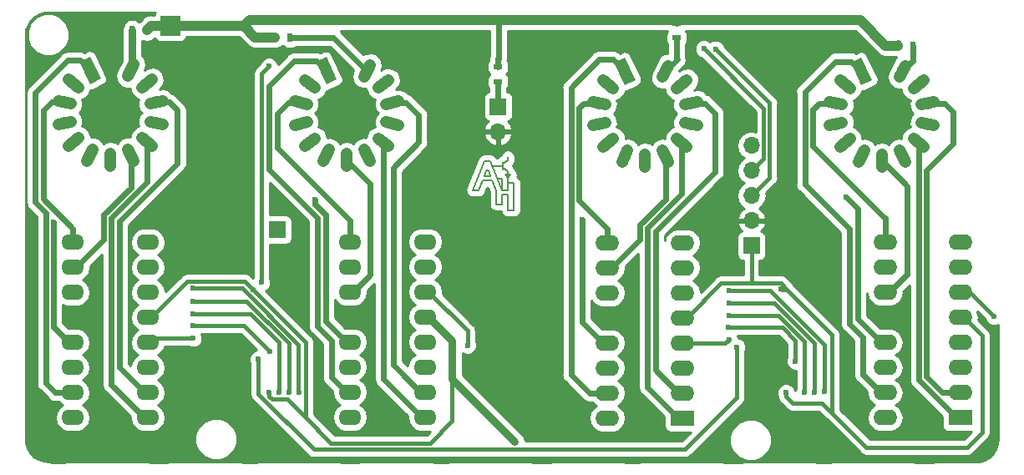
<source format=gtl>
G04 #@! TF.GenerationSoftware,KiCad,Pcbnew,5.0.0*
G04 #@! TF.CreationDate,2018-08-01T12:35:26+02:00*
G04 #@! TF.ProjectId,nixie_2_digit_board,6E697869655F325F64696769745F626F,rev?*
G04 #@! TF.SameCoordinates,Original*
G04 #@! TF.FileFunction,Copper,L1,Top,Signal*
G04 #@! TF.FilePolarity,Positive*
%FSLAX46Y46*%
G04 Gerber Fmt 4.6, Leading zero omitted, Abs format (unit mm)*
G04 Created by KiCad (PCBNEW 5.0.0) date Wed Aug  1 12:35:26 2018*
%MOMM*%
%LPD*%
G01*
G04 APERTURE LIST*
G04 #@! TA.AperFunction,EtchedComponent*
%ADD10C,0.150000*%
G04 #@! TD*
G04 #@! TA.AperFunction,ViaPad*
%ADD11C,0.600000*%
G04 #@! TD*
G04 #@! TA.AperFunction,ComponentPad*
%ADD12O,2.300000X1.600000*%
G04 #@! TD*
G04 #@! TA.AperFunction,SMDPad,CuDef*
%ADD13R,0.500000X0.900000*%
G04 #@! TD*
G04 #@! TA.AperFunction,ComponentPad*
%ADD14C,1.200000*%
G04 #@! TD*
G04 #@! TA.AperFunction,Conductor*
%ADD15C,0.100000*%
G04 #@! TD*
G04 #@! TA.AperFunction,Conductor*
%ADD16C,1.200000*%
G04 #@! TD*
G04 #@! TA.AperFunction,ComponentPad*
%ADD17R,1.700000X1.700000*%
G04 #@! TD*
G04 #@! TA.AperFunction,ComponentPad*
%ADD18O,1.700000X1.700000*%
G04 #@! TD*
G04 #@! TA.AperFunction,ComponentPad*
%ADD19R,2.000000X2.000000*%
G04 #@! TD*
G04 #@! TA.AperFunction,SMDPad,CuDef*
%ADD20R,0.900000X0.500000*%
G04 #@! TD*
G04 #@! TA.AperFunction,ComponentPad*
%ADD21R,2.400000X1.600000*%
G04 #@! TD*
G04 #@! TA.AperFunction,ComponentPad*
%ADD22O,2.400000X1.600000*%
G04 #@! TD*
G04 #@! TA.AperFunction,Conductor*
%ADD23C,1.000000*%
G04 #@! TD*
G04 #@! TA.AperFunction,Conductor*
%ADD24C,0.600000*%
G04 #@! TD*
G04 #@! TA.AperFunction,Conductor*
%ADD25C,0.800000*%
G04 #@! TD*
G04 #@! TA.AperFunction,Conductor*
%ADD26C,0.400000*%
G04 #@! TD*
G04 #@! TA.AperFunction,Conductor*
%ADD27C,0.254000*%
G04 #@! TD*
G04 APERTURE END LIST*
D10*
G04 #@! TO.C,U6*
X162860000Y-81180000D02*
X162510000Y-81280000D01*
X162360000Y-81180000D02*
X162860000Y-81180000D01*
X162610000Y-81480000D02*
X162360000Y-81180000D01*
X162610000Y-81480000D02*
X162860000Y-81180000D01*
X162610000Y-81980000D02*
X162610000Y-80830000D01*
X162110000Y-80480000D02*
X162610000Y-80830000D01*
X162610000Y-79730000D02*
X162610000Y-79380000D01*
X162110000Y-80080000D02*
X162610000Y-79730000D01*
X162060000Y-79880000D02*
X162060000Y-80680000D01*
X161010000Y-80280000D02*
X162060000Y-80280000D01*
X163210000Y-81980000D02*
X163210000Y-82180000D01*
X162610000Y-81980000D02*
X163210000Y-81980000D01*
X162610000Y-82180000D02*
X162610000Y-81980000D01*
X162010000Y-81580000D02*
X161610000Y-81580000D01*
X162010000Y-81780000D02*
X162010000Y-81580000D01*
X163210000Y-84780000D02*
X163210000Y-84580000D01*
X162610000Y-84780000D02*
X163210000Y-84780000D01*
X162610000Y-84580000D02*
X162610000Y-84780000D01*
X162610000Y-82780000D02*
X162010000Y-82780000D01*
X162610000Y-82180000D02*
X162610000Y-82780000D01*
X163210000Y-84580000D02*
X163210000Y-82180000D01*
X162610000Y-83180000D02*
X162610000Y-84580000D01*
X162010000Y-83180000D02*
X162610000Y-83180000D01*
X162010000Y-84180000D02*
X162010000Y-83180000D01*
X161410000Y-84180000D02*
X162010000Y-84180000D01*
X161410000Y-82780000D02*
X161410000Y-84180000D01*
X162010000Y-82780000D02*
X162010000Y-81780000D01*
X159610000Y-82780000D02*
X159010000Y-82780000D01*
X160410000Y-80780000D02*
X160210000Y-81380000D01*
X160610000Y-80780000D02*
X160410000Y-80780000D01*
X160810000Y-81380000D02*
X160610000Y-80780000D01*
X160210000Y-81380000D02*
X160810000Y-81380000D01*
X161010000Y-81780000D02*
X161410000Y-82780000D01*
X160010000Y-81780000D02*
X161010000Y-81780000D01*
X159610000Y-82780000D02*
X160010000Y-81780000D01*
X160810000Y-79780000D02*
X162010000Y-82780000D01*
X160210000Y-79780000D02*
X160810000Y-79780000D01*
X159010000Y-82780000D02*
X160210000Y-79780000D01*
G04 #@! TD*
D11*
G04 #@! TO.N,GND*
G04 #@! TO.C,REF\002A\002A*
X190760000Y-70450000D03*
G04 #@! TD*
G04 #@! TO.N,GND*
G04 #@! TO.C,REF\002A\002A*
X190760000Y-69450000D03*
G04 #@! TD*
G04 #@! TO.N,GND*
G04 #@! TO.C,REF\002A\002A*
X190760000Y-68450000D03*
G04 #@! TD*
G04 #@! TO.N,GND*
G04 #@! TO.C,REF\002A\002A*
X140810000Y-92570000D03*
G04 #@! TD*
G04 #@! TO.N,GND*
G04 #@! TO.C,REF\002A\002A*
X140810000Y-91570000D03*
G04 #@! TD*
G04 #@! TO.N,GND*
G04 #@! TO.C,REF\002A\002A*
X140810000Y-90570000D03*
G04 #@! TD*
G04 #@! TO.N,GND*
G04 #@! TO.C,REF\002A\002A*
X124690000Y-86410000D03*
G04 #@! TD*
G04 #@! TO.N,GND*
G04 #@! TO.C,REF\002A\002A*
X152580000Y-84805000D03*
G04 #@! TD*
G04 #@! TO.N,GND*
G04 #@! TO.C,REF\002A\002A*
X152580000Y-83805000D03*
G04 #@! TD*
G04 #@! TO.N,GND*
G04 #@! TO.C,REF\002A\002A*
X152580000Y-82805000D03*
G04 #@! TD*
G04 #@! TO.N,GND*
G04 #@! TO.C,REF\002A\002A*
X187074262Y-98676359D03*
G04 #@! TD*
G04 #@! TO.N,GND*
G04 #@! TO.C,REF\002A\002A*
X187781369Y-97969253D03*
G04 #@! TD*
G04 #@! TO.N,GND*
G04 #@! TO.C,REF\002A\002A*
X161980000Y-92505000D03*
G04 #@! TD*
G04 #@! TO.N,GND*
G04 #@! TO.C,REF\002A\002A*
X161980000Y-91505000D03*
G04 #@! TD*
G04 #@! TO.N,GND*
G04 #@! TO.C,REF\002A\002A*
X162980000Y-91505000D03*
G04 #@! TD*
G04 #@! TO.N,GND*
G04 #@! TO.C,REF\002A\002A*
X162980000Y-92505000D03*
G04 #@! TD*
G04 #@! TO.N,GND*
G04 #@! TO.C,REF\002A\002A*
X163980000Y-92505000D03*
G04 #@! TD*
G04 #@! TO.N,GND*
G04 #@! TO.C,REF\002A\002A*
X163980000Y-91505000D03*
G04 #@! TD*
G04 #@! TO.N,GND*
G04 #@! TO.C,REF\002A\002A*
X163980000Y-90505000D03*
G04 #@! TD*
G04 #@! TO.N,GND*
G04 #@! TO.C,REF\002A\002A*
X162980000Y-90505000D03*
G04 #@! TD*
G04 #@! TO.N,GND*
G04 #@! TO.C,REF\002A\002A*
X161980000Y-90505000D03*
G04 #@! TD*
G04 #@! TO.N,GND*
G04 #@! TO.C,REF\002A\002A*
X130430000Y-67760000D03*
G04 #@! TD*
G04 #@! TO.N,GND*
G04 #@! TO.C,REF\002A\002A*
X131430000Y-67760000D03*
G04 #@! TD*
G04 #@! TO.N,GND*
G04 #@! TO.C,REF\002A\002A*
X132430000Y-67760000D03*
G04 #@! TD*
G04 #@! TO.N,GND*
G04 #@! TO.C,REF\002A\002A*
X132430000Y-68760000D03*
G04 #@! TD*
G04 #@! TO.N,GND*
G04 #@! TO.C,REF\002A\002A*
X132430000Y-69760000D03*
G04 #@! TD*
G04 #@! TO.N,GND*
G04 #@! TO.C,REF\002A\002A*
X131430000Y-69760000D03*
G04 #@! TD*
G04 #@! TO.N,GND*
G04 #@! TO.C,REF\002A\002A*
X130430000Y-69760000D03*
G04 #@! TD*
G04 #@! TO.N,GND*
G04 #@! TO.C,REF\002A\002A*
X131430000Y-68760000D03*
G04 #@! TD*
G04 #@! TO.N,GND*
G04 #@! TO.C,REF\002A\002A*
X130430000Y-68760000D03*
G04 #@! TD*
G04 #@! TO.N,GND*
G04 #@! TO.C,REF\002A\002A*
X194160000Y-90525000D03*
G04 #@! TD*
G04 #@! TO.N,GND*
G04 #@! TO.C,REF\002A\002A*
X195160000Y-90525000D03*
G04 #@! TD*
G04 #@! TO.N,GND*
G04 #@! TO.C,REF\002A\002A*
X195160000Y-91525000D03*
G04 #@! TD*
G04 #@! TO.N,GND*
G04 #@! TO.C,REF\002A\002A*
X194160000Y-91525000D03*
G04 #@! TD*
G04 #@! TO.N,GND*
G04 #@! TO.C,REF\002A\002A*
X194160000Y-89525000D03*
G04 #@! TD*
G04 #@! TO.N,GND*
G04 #@! TO.C,REF\002A\002A*
X195160000Y-89525000D03*
G04 #@! TD*
G04 #@! TO.N,GND*
G04 #@! TO.C,REF\002A\002A*
X191990000Y-106505000D03*
G04 #@! TD*
G04 #@! TO.N,GND*
G04 #@! TO.C,REF\002A\002A*
X192990000Y-106505000D03*
G04 #@! TD*
G04 #@! TO.N,GND*
G04 #@! TO.C,REF\002A\002A*
X191990000Y-107505000D03*
G04 #@! TD*
G04 #@! TO.N,GND*
G04 #@! TO.C,REF\002A\002A*
X193990000Y-106505000D03*
G04 #@! TD*
G04 #@! TO.N,GND*
G04 #@! TO.C,REF\002A\002A*
X193990000Y-107505000D03*
G04 #@! TD*
G04 #@! TO.N,GND*
G04 #@! TO.C,REF\002A\002A*
X193990000Y-108505000D03*
G04 #@! TD*
G04 #@! TO.N,GND*
G04 #@! TO.C,REF\002A\002A*
X191990000Y-108505000D03*
G04 #@! TD*
G04 #@! TO.N,GND*
G04 #@! TO.C,REF\002A\002A*
X192990000Y-107505000D03*
G04 #@! TD*
G04 #@! TO.N,GND*
G04 #@! TO.C,REF\002A\002A*
X192990000Y-108505000D03*
G04 #@! TD*
G04 #@! TO.N,GND*
G04 #@! TO.C,REF\002A\002A*
X183040000Y-86965000D03*
G04 #@! TD*
G04 #@! TO.N,GND*
G04 #@! TO.C,REF\002A\002A*
X184040000Y-86965000D03*
G04 #@! TD*
G04 #@! TO.N,GND*
G04 #@! TO.C,REF\002A\002A*
X183040000Y-84965000D03*
G04 #@! TD*
G04 #@! TO.N,GND*
G04 #@! TO.C,REF\002A\002A*
X184040000Y-85965000D03*
G04 #@! TD*
G04 #@! TO.N,GND*
G04 #@! TO.C,REF\002A\002A*
X183040000Y-85965000D03*
G04 #@! TD*
G04 #@! TO.N,GND*
G04 #@! TO.C,REF\002A\002A*
X184040000Y-84965000D03*
G04 #@! TD*
D12*
G04 #@! TO.P,U5,1*
G04 #@! TO.N,Net-(U4-Pad9)*
X154200000Y-105780000D03*
G04 #@! TO.P,U5,2*
G04 #@! TO.N,Net-(U4-Pad11)*
X154200000Y-103240000D03*
G04 #@! TO.P,U5,3*
G04 #@! TO.N,Net-(U3-Pad4)*
X154200000Y-100700000D03*
G04 #@! TO.P,U5,4*
G04 #@! TO.N,Net-(U3-Pad7)*
X154200000Y-98160000D03*
G04 #@! TO.P,U5,5*
G04 #@! TO.N,+5V*
X154200000Y-95620000D03*
G04 #@! TO.P,U5,6*
G04 #@! TO.N,Net-(U3-Pad5)*
X154200000Y-93080000D03*
G04 #@! TO.P,U5,7*
G04 #@! TO.N,Net-(U3-Pad6)*
X154200000Y-90540000D03*
G04 #@! TO.P,U5,8*
G04 #@! TO.N,Net-(U4-Pad2)*
X154200000Y-88000000D03*
G04 #@! TO.P,U5,9*
G04 #@! TO.N,Net-(U4-Pad3)*
X146580000Y-88000000D03*
G04 #@! TO.P,U5,10*
G04 #@! TO.N,Net-(U4-Pad8)*
X146580000Y-90540000D03*
G04 #@! TO.P,U5,11*
G04 #@! TO.N,Net-(U4-Pad7)*
X146580000Y-93080000D03*
G04 #@! TO.P,U5,12*
G04 #@! TO.N,GND*
X146580000Y-95620000D03*
G04 #@! TO.P,U5,13*
G04 #@! TO.N,Net-(U4-Pad5)*
X146580000Y-98160000D03*
G04 #@! TO.P,U5,14*
G04 #@! TO.N,Net-(U4-Pad6)*
X146580000Y-100700000D03*
G04 #@! TO.P,U5,15*
G04 #@! TO.N,Net-(U4-Pad1)*
X146580000Y-103240000D03*
G04 #@! TO.P,U5,16*
G04 #@! TO.N,Net-(U4-Pad12)*
X146580000Y-105780000D03*
G04 #@! TD*
D13*
G04 #@! TO.P,R2,1*
G04 #@! TO.N,180V*
X139000000Y-67250000D03*
G04 #@! TO.P,R2,2*
G04 #@! TO.N,Net-(R2-Pad2)*
X140500000Y-67250000D03*
G04 #@! TD*
D14*
G04 #@! TO.P,U4,1*
G04 #@! TO.N,Net-(U4-Pad1)*
X144182565Y-70646537D03*
D15*
G04 #@! TD*
G04 #@! TO.N,Net-(U4-Pad1)*
G04 #@! TO.C,U4*
G36*
X145265497Y-71512423D02*
X144184331Y-72033078D01*
X143099633Y-69780651D01*
X144180799Y-69259996D01*
X145265497Y-71512423D01*
X145265497Y-71512423D01*
G37*
D14*
G04 #@! TO.P,U4,2*
G04 #@! TO.N,Net-(U4-Pad2)*
X142524588Y-71968716D03*
D16*
G04 #@! TD*
G04 #@! TO.N,Net-(U4-Pad2)*
G04 #@! TO.C,U4*
X143032776Y-72373987D02*
X142016400Y-71563445D01*
D14*
G04 #@! TO.P,U4,3*
G04 #@! TO.N,Net-(U4-Pad3)*
X141604474Y-73879328D03*
D16*
G04 #@! TD*
G04 #@! TO.N,Net-(U4-Pad3)*
G04 #@! TO.C,U4*
X142238176Y-74023970D02*
X140970772Y-73734686D01*
D14*
G04 #@! TO.P,U4,4*
G04 #@! TO.N,Net-(U4-Pad4)*
X141604463Y-75999954D03*
D16*
G04 #@! TD*
G04 #@! TO.N,Net-(U4-Pad4)*
G04 #@! TO.C,U4*
X142238167Y-75855319D02*
X140970759Y-76144589D01*
D14*
G04 #@! TO.P,U4,5*
G04 #@! TO.N,Net-(U4-Pad5)*
X142524558Y-77910574D03*
D16*
G04 #@! TD*
G04 #@! TO.N,Net-(U4-Pad5)*
G04 #@! TO.C,U4*
X143032750Y-77505308D02*
X142016366Y-78315840D01*
D14*
G04 #@! TO.P,U4,6*
G04 #@! TO.N,Net-(U4-Pad6)*
X144182523Y-79232770D03*
D16*
G04 #@! TD*
G04 #@! TO.N,Net-(U4-Pad6)*
G04 #@! TO.C,U4*
X144464550Y-78647142D02*
X143900496Y-79818398D01*
D14*
G04 #@! TO.P,U4,7*
G04 #@! TO.N,Net-(U4-Pad7)*
X146249976Y-79704664D03*
D16*
G04 #@! TD*
G04 #@! TO.N,Net-(U4-Pad7)*
G04 #@! TO.C,U4*
X146249979Y-79054664D02*
X146249973Y-80354664D01*
D14*
G04 #@! TO.P,U4,8*
G04 #@! TO.N,Net-(U4-Pad8)*
X148317435Y-79232791D03*
D16*
G04 #@! TD*
G04 #@! TO.N,Net-(U4-Pad8)*
G04 #@! TO.C,U4*
X148035413Y-78647160D02*
X148599457Y-79818422D01*
D14*
G04 #@! TO.P,U4,9*
G04 #@! TO.N,Net-(U4-Pad9)*
X149975412Y-77910612D03*
D16*
G04 #@! TD*
G04 #@! TO.N,Net-(U4-Pad9)*
G04 #@! TO.C,U4*
X149467224Y-77505341D02*
X150483600Y-78315883D01*
D14*
G04 #@! TO.P,U4,10*
G04 #@! TO.N,Net-(U4-Pad10)*
X150895526Y-76000000D03*
D16*
G04 #@! TD*
G04 #@! TO.N,Net-(U4-Pad10)*
G04 #@! TO.C,U4*
X150261824Y-75855358D02*
X151529228Y-76144642D01*
D14*
G04 #@! TO.P,U4,11*
G04 #@! TO.N,Net-(U4-Pad11)*
X150895537Y-73879374D03*
D16*
G04 #@! TD*
G04 #@! TO.N,Net-(U4-Pad11)*
G04 #@! TO.C,U4*
X150261833Y-74024009D02*
X151529241Y-73734739D01*
D14*
G04 #@! TO.P,U4,12*
G04 #@! TO.N,Net-(U4-Pad12)*
X149975442Y-71968754D03*
D16*
G04 #@! TD*
G04 #@! TO.N,Net-(U4-Pad12)*
G04 #@! TO.C,U4*
X149467250Y-72374020D02*
X150483634Y-71563488D01*
D14*
G04 #@! TO.P,U4,13*
G04 #@! TO.N,Net-(R2-Pad2)*
X148317477Y-70646558D03*
D16*
G04 #@! TD*
G04 #@! TO.N,Net-(R2-Pad2)*
G04 #@! TO.C,U4*
X148035450Y-71232186D02*
X148599504Y-70060930D01*
D17*
G04 #@! TO.P,J2,1*
G04 #@! TO.N,Net-(J2-Pad1)*
X161610000Y-74270000D03*
D18*
G04 #@! TO.P,J2,2*
G04 #@! TO.N,GND*
X161610000Y-76810000D03*
G04 #@! TD*
D11*
G04 #@! TO.N,GND*
G04 #@! TO.C,REF\002A\002A*
X134605000Y-103920000D03*
G04 #@! TD*
G04 #@! TO.N,GND*
G04 #@! TO.C,REF\002A\002A*
X133605000Y-103920000D03*
G04 #@! TD*
G04 #@! TO.N,GND*
G04 #@! TO.C,REF\002A\002A*
X133605000Y-102920000D03*
G04 #@! TD*
G04 #@! TO.N,GND*
G04 #@! TO.C,REF\002A\002A*
X134605000Y-102920000D03*
G04 #@! TD*
G04 #@! TO.N,GND*
G04 #@! TO.C,REF\002A\002A*
X135605000Y-103920000D03*
G04 #@! TD*
G04 #@! TO.N,GND*
G04 #@! TO.C,REF\002A\002A*
X135605000Y-102920000D03*
G04 #@! TD*
G04 #@! TO.N,GND*
G04 #@! TO.C,REF\002A\002A*
X135605000Y-101920000D03*
G04 #@! TD*
G04 #@! TO.N,GND*
G04 #@! TO.C,REF\002A\002A*
X134605000Y-101920000D03*
G04 #@! TD*
G04 #@! TO.N,GND*
G04 #@! TO.C,REF\002A\002A*
X133605000Y-101920000D03*
G04 #@! TD*
G04 #@! TO.N,GND*
G04 #@! TO.C,REF\002A\002A*
X131680000Y-86800000D03*
G04 #@! TD*
G04 #@! TO.N,GND*
G04 #@! TO.C,REF\002A\002A*
X130680000Y-86800000D03*
G04 #@! TD*
G04 #@! TO.N,GND*
G04 #@! TO.C,REF\002A\002A*
X129680000Y-86800000D03*
G04 #@! TD*
G04 #@! TO.N,GND*
G04 #@! TO.C,REF\002A\002A*
X131680000Y-85800000D03*
G04 #@! TD*
G04 #@! TO.N,GND*
G04 #@! TO.C,REF\002A\002A*
X130680000Y-85800000D03*
G04 #@! TD*
G04 #@! TO.N,GND*
G04 #@! TO.C,REF\002A\002A*
X129680000Y-85800000D03*
G04 #@! TD*
G04 #@! TO.N,GND*
G04 #@! TO.C,REF\002A\002A*
X131680000Y-84800000D03*
G04 #@! TD*
G04 #@! TO.N,GND*
G04 #@! TO.C,REF\002A\002A*
X130680000Y-84800000D03*
G04 #@! TD*
D14*
G04 #@! TO.P,U1,1*
G04 #@! TO.N,Net-(U1-Pad1)*
X120232565Y-70606873D03*
D15*
G04 #@! TD*
G04 #@! TO.N,Net-(U1-Pad1)*
G04 #@! TO.C,U1*
G36*
X121315497Y-71472759D02*
X120234331Y-71993414D01*
X119149633Y-69740987D01*
X120230799Y-69220332D01*
X121315497Y-71472759D01*
X121315497Y-71472759D01*
G37*
D14*
G04 #@! TO.P,U1,2*
G04 #@! TO.N,Net-(U1-Pad2)*
X118574588Y-71929052D03*
D16*
G04 #@! TD*
G04 #@! TO.N,Net-(U1-Pad2)*
G04 #@! TO.C,U1*
X119082776Y-72334323D02*
X118066400Y-71523781D01*
D14*
G04 #@! TO.P,U1,3*
G04 #@! TO.N,Net-(U1-Pad3)*
X117654474Y-73839664D03*
D16*
G04 #@! TD*
G04 #@! TO.N,Net-(U1-Pad3)*
G04 #@! TO.C,U1*
X118288176Y-73984306D02*
X117020772Y-73695022D01*
D14*
G04 #@! TO.P,U1,4*
G04 #@! TO.N,Net-(U1-Pad4)*
X117654463Y-75960290D03*
D16*
G04 #@! TD*
G04 #@! TO.N,Net-(U1-Pad4)*
G04 #@! TO.C,U1*
X118288167Y-75815655D02*
X117020759Y-76104925D01*
D14*
G04 #@! TO.P,U1,5*
G04 #@! TO.N,Net-(U1-Pad5)*
X118574558Y-77870910D03*
D16*
G04 #@! TD*
G04 #@! TO.N,Net-(U1-Pad5)*
G04 #@! TO.C,U1*
X119082750Y-77465644D02*
X118066366Y-78276176D01*
D14*
G04 #@! TO.P,U1,6*
G04 #@! TO.N,Net-(U1-Pad6)*
X120232523Y-79193106D03*
D16*
G04 #@! TD*
G04 #@! TO.N,Net-(U1-Pad6)*
G04 #@! TO.C,U1*
X120514550Y-78607478D02*
X119950496Y-79778734D01*
D14*
G04 #@! TO.P,U1,7*
G04 #@! TO.N,Net-(U1-Pad7)*
X122299976Y-79665000D03*
D16*
G04 #@! TD*
G04 #@! TO.N,Net-(U1-Pad7)*
G04 #@! TO.C,U1*
X122299979Y-79015000D02*
X122299973Y-80315000D01*
D14*
G04 #@! TO.P,U1,8*
G04 #@! TO.N,Net-(U1-Pad8)*
X124367435Y-79193127D03*
D16*
G04 #@! TD*
G04 #@! TO.N,Net-(U1-Pad8)*
G04 #@! TO.C,U1*
X124085413Y-78607496D02*
X124649457Y-79778758D01*
D14*
G04 #@! TO.P,U1,9*
G04 #@! TO.N,Net-(U1-Pad9)*
X126025412Y-77870948D03*
D16*
G04 #@! TD*
G04 #@! TO.N,Net-(U1-Pad9)*
G04 #@! TO.C,U1*
X125517224Y-77465677D02*
X126533600Y-78276219D01*
D14*
G04 #@! TO.P,U1,10*
G04 #@! TO.N,Net-(U1-Pad10)*
X126945526Y-75960336D03*
D16*
G04 #@! TD*
G04 #@! TO.N,Net-(U1-Pad10)*
G04 #@! TO.C,U1*
X126311824Y-75815694D02*
X127579228Y-76104978D01*
D14*
G04 #@! TO.P,U1,11*
G04 #@! TO.N,Net-(U1-Pad11)*
X126945537Y-73839710D03*
D16*
G04 #@! TD*
G04 #@! TO.N,Net-(U1-Pad11)*
G04 #@! TO.C,U1*
X126311833Y-73984345D02*
X127579241Y-73695075D01*
D14*
G04 #@! TO.P,U1,12*
G04 #@! TO.N,Net-(U1-Pad12)*
X126025442Y-71929090D03*
D16*
G04 #@! TD*
G04 #@! TO.N,Net-(U1-Pad12)*
G04 #@! TO.C,U1*
X125517250Y-72334356D02*
X126533634Y-71523824D01*
D14*
G04 #@! TO.P,U1,13*
G04 #@! TO.N,Net-(R1-Pad2)*
X124367477Y-70606894D03*
D16*
G04 #@! TD*
G04 #@! TO.N,Net-(R1-Pad2)*
G04 #@! TO.C,U1*
X124085450Y-71192522D02*
X124649504Y-70021266D01*
D13*
G04 #@! TO.P,R1,1*
G04 #@! TO.N,180V*
X126000000Y-66550000D03*
G04 #@! TO.P,R1,2*
G04 #@! TO.N,Net-(R1-Pad2)*
X124500000Y-66550000D03*
G04 #@! TD*
D12*
G04 #@! TO.P,U2,1*
G04 #@! TO.N,Net-(U1-Pad9)*
X126100000Y-105820000D03*
G04 #@! TO.P,U2,2*
G04 #@! TO.N,Net-(U1-Pad11)*
X126100000Y-103280000D03*
G04 #@! TO.P,U2,3*
G04 #@! TO.N,Net-(U2-Pad3)*
X126100000Y-100740000D03*
G04 #@! TO.P,U2,4*
G04 #@! TO.N,Net-(U2-Pad4)*
X126100000Y-98200000D03*
G04 #@! TO.P,U2,5*
G04 #@! TO.N,+5V*
X126100000Y-95660000D03*
G04 #@! TO.P,U2,6*
G04 #@! TO.N,Net-(U2-Pad6)*
X126100000Y-93120000D03*
G04 #@! TO.P,U2,7*
G04 #@! TO.N,Net-(U2-Pad7)*
X126100000Y-90580000D03*
G04 #@! TO.P,U2,8*
G04 #@! TO.N,Net-(U1-Pad2)*
X126100000Y-88040000D03*
G04 #@! TO.P,U2,9*
G04 #@! TO.N,Net-(U1-Pad3)*
X118480000Y-88040000D03*
G04 #@! TO.P,U2,10*
G04 #@! TO.N,Net-(U1-Pad8)*
X118480000Y-90580000D03*
G04 #@! TO.P,U2,11*
G04 #@! TO.N,Net-(U1-Pad7)*
X118480000Y-93120000D03*
G04 #@! TO.P,U2,12*
G04 #@! TO.N,GND*
X118480000Y-95660000D03*
G04 #@! TO.P,U2,13*
G04 #@! TO.N,Net-(U1-Pad5)*
X118480000Y-98200000D03*
G04 #@! TO.P,U2,14*
G04 #@! TO.N,Net-(U1-Pad6)*
X118480000Y-100740000D03*
G04 #@! TO.P,U2,15*
G04 #@! TO.N,Net-(U1-Pad1)*
X118480000Y-103280000D03*
G04 #@! TO.P,U2,16*
G04 #@! TO.N,Net-(U1-Pad12)*
X118480000Y-105820000D03*
G04 #@! TD*
D19*
G04 #@! TO.P,P3,1*
G04 #@! TO.N,180V*
X128400000Y-66100000D03*
G04 #@! TD*
D11*
G04 #@! TO.N,GND*
G04 #@! TO.C,REF\002A\002A*
X129680000Y-84800000D03*
G04 #@! TD*
D20*
G04 #@! TO.P,R3,1*
G04 #@! TO.N,180V*
X179720000Y-65820000D03*
G04 #@! TO.P,R3,2*
G04 #@! TO.N,Net-(R3-Pad2)*
X179720000Y-67320000D03*
G04 #@! TD*
D13*
G04 #@! TO.P,R4,1*
G04 #@! TO.N,180V*
X202150000Y-68100000D03*
G04 #@! TO.P,R4,2*
G04 #@! TO.N,Net-(R4-Pad2)*
X203650000Y-68100000D03*
G04 #@! TD*
D14*
G04 #@! TO.P,U7,1*
G04 #@! TO.N,Net-(U7-Pad1)*
X174432565Y-70706873D03*
D15*
G04 #@! TD*
G04 #@! TO.N,Net-(U7-Pad1)*
G04 #@! TO.C,U7*
G36*
X175515497Y-71572759D02*
X174434331Y-72093414D01*
X173349633Y-69840987D01*
X174430799Y-69320332D01*
X175515497Y-71572759D01*
X175515497Y-71572759D01*
G37*
D14*
G04 #@! TO.P,U7,2*
G04 #@! TO.N,Net-(U7-Pad2)*
X172774588Y-72029052D03*
D16*
G04 #@! TD*
G04 #@! TO.N,Net-(U7-Pad2)*
G04 #@! TO.C,U7*
X173282776Y-72434323D02*
X172266400Y-71623781D01*
D14*
G04 #@! TO.P,U7,3*
G04 #@! TO.N,Net-(U7-Pad3)*
X171854474Y-73939664D03*
D16*
G04 #@! TD*
G04 #@! TO.N,Net-(U7-Pad3)*
G04 #@! TO.C,U7*
X172488176Y-74084306D02*
X171220772Y-73795022D01*
D14*
G04 #@! TO.P,U7,4*
G04 #@! TO.N,Net-(U7-Pad4)*
X171854463Y-76060290D03*
D16*
G04 #@! TD*
G04 #@! TO.N,Net-(U7-Pad4)*
G04 #@! TO.C,U7*
X172488167Y-75915655D02*
X171220759Y-76204925D01*
D14*
G04 #@! TO.P,U7,5*
G04 #@! TO.N,Net-(U7-Pad5)*
X172774558Y-77970910D03*
D16*
G04 #@! TD*
G04 #@! TO.N,Net-(U7-Pad5)*
G04 #@! TO.C,U7*
X173282750Y-77565644D02*
X172266366Y-78376176D01*
D14*
G04 #@! TO.P,U7,6*
G04 #@! TO.N,Net-(U7-Pad6)*
X174432523Y-79293106D03*
D16*
G04 #@! TD*
G04 #@! TO.N,Net-(U7-Pad6)*
G04 #@! TO.C,U7*
X174714550Y-78707478D02*
X174150496Y-79878734D01*
D14*
G04 #@! TO.P,U7,7*
G04 #@! TO.N,Net-(U7-Pad7)*
X176499976Y-79765000D03*
D16*
G04 #@! TD*
G04 #@! TO.N,Net-(U7-Pad7)*
G04 #@! TO.C,U7*
X176499979Y-79115000D02*
X176499973Y-80415000D01*
D14*
G04 #@! TO.P,U7,8*
G04 #@! TO.N,Net-(U7-Pad8)*
X178567435Y-79293127D03*
D16*
G04 #@! TD*
G04 #@! TO.N,Net-(U7-Pad8)*
G04 #@! TO.C,U7*
X178285413Y-78707496D02*
X178849457Y-79878758D01*
D14*
G04 #@! TO.P,U7,9*
G04 #@! TO.N,Net-(U7-Pad9)*
X180225412Y-77970948D03*
D16*
G04 #@! TD*
G04 #@! TO.N,Net-(U7-Pad9)*
G04 #@! TO.C,U7*
X179717224Y-77565677D02*
X180733600Y-78376219D01*
D14*
G04 #@! TO.P,U7,10*
G04 #@! TO.N,Net-(U7-Pad10)*
X181145526Y-76060336D03*
D16*
G04 #@! TD*
G04 #@! TO.N,Net-(U7-Pad10)*
G04 #@! TO.C,U7*
X180511824Y-75915694D02*
X181779228Y-76204978D01*
D14*
G04 #@! TO.P,U7,11*
G04 #@! TO.N,Net-(U7-Pad11)*
X181145537Y-73939710D03*
D16*
G04 #@! TD*
G04 #@! TO.N,Net-(U7-Pad11)*
G04 #@! TO.C,U7*
X180511833Y-74084345D02*
X181779241Y-73795075D01*
D14*
G04 #@! TO.P,U7,12*
G04 #@! TO.N,Net-(U7-Pad12)*
X180225442Y-72029090D03*
D16*
G04 #@! TD*
G04 #@! TO.N,Net-(U7-Pad12)*
G04 #@! TO.C,U7*
X179717250Y-72434356D02*
X180733634Y-71623824D01*
D14*
G04 #@! TO.P,U7,13*
G04 #@! TO.N,Net-(R3-Pad2)*
X178567477Y-70706894D03*
D16*
G04 #@! TD*
G04 #@! TO.N,Net-(R3-Pad2)*
G04 #@! TO.C,U7*
X178285450Y-71292522D02*
X178849504Y-70121266D01*
D21*
G04 #@! TO.P,U8,1*
G04 #@! TO.N,Net-(U7-Pad9)*
X180300000Y-105880000D03*
D22*
G04 #@! TO.P,U8,9*
G04 #@! TO.N,Net-(U7-Pad3)*
X172680000Y-88100000D03*
G04 #@! TO.P,U8,2*
G04 #@! TO.N,Net-(U7-Pad11)*
X180300000Y-103340000D03*
G04 #@! TO.P,U8,10*
G04 #@! TO.N,Net-(U7-Pad8)*
X172680000Y-90640000D03*
G04 #@! TO.P,U8,3*
G04 #@! TO.N,Net-(U8-Pad3)*
X180300000Y-100800000D03*
G04 #@! TO.P,U8,11*
G04 #@! TO.N,Net-(U7-Pad7)*
X172680000Y-93180000D03*
G04 #@! TO.P,U8,4*
G04 #@! TO.N,Net-(U8-Pad4)*
X180300000Y-98260000D03*
G04 #@! TO.P,U8,12*
G04 #@! TO.N,GND*
X172680000Y-95720000D03*
G04 #@! TO.P,U8,5*
G04 #@! TO.N,+5V*
X180300000Y-95720000D03*
G04 #@! TO.P,U8,13*
G04 #@! TO.N,Net-(U7-Pad5)*
X172680000Y-98260000D03*
G04 #@! TO.P,U8,6*
G04 #@! TO.N,Net-(U8-Pad6)*
X180300000Y-93180000D03*
G04 #@! TO.P,U8,14*
G04 #@! TO.N,Net-(U7-Pad6)*
X172680000Y-100800000D03*
G04 #@! TO.P,U8,7*
G04 #@! TO.N,Net-(U8-Pad7)*
X180300000Y-90640000D03*
G04 #@! TO.P,U8,15*
G04 #@! TO.N,Net-(U7-Pad1)*
X172680000Y-103340000D03*
G04 #@! TO.P,U8,8*
G04 #@! TO.N,Net-(U7-Pad2)*
X180300000Y-88100000D03*
G04 #@! TO.P,U8,16*
G04 #@! TO.N,Net-(U7-Pad12)*
X172680000Y-105880000D03*
G04 #@! TD*
D14*
G04 #@! TO.P,U10,1*
G04 #@! TO.N,Net-(U10-Pad1)*
X198432565Y-70706873D03*
D15*
G04 #@! TD*
G04 #@! TO.N,Net-(U10-Pad1)*
G04 #@! TO.C,U10*
G36*
X199515497Y-71572759D02*
X198434331Y-72093414D01*
X197349633Y-69840987D01*
X198430799Y-69320332D01*
X199515497Y-71572759D01*
X199515497Y-71572759D01*
G37*
D14*
G04 #@! TO.P,U10,2*
G04 #@! TO.N,Net-(U10-Pad2)*
X196774588Y-72029052D03*
D16*
G04 #@! TD*
G04 #@! TO.N,Net-(U10-Pad2)*
G04 #@! TO.C,U10*
X197282776Y-72434323D02*
X196266400Y-71623781D01*
D14*
G04 #@! TO.P,U10,3*
G04 #@! TO.N,Net-(U10-Pad3)*
X195854474Y-73939664D03*
D16*
G04 #@! TD*
G04 #@! TO.N,Net-(U10-Pad3)*
G04 #@! TO.C,U10*
X196488176Y-74084306D02*
X195220772Y-73795022D01*
D14*
G04 #@! TO.P,U10,4*
G04 #@! TO.N,Net-(U10-Pad4)*
X195854463Y-76060290D03*
D16*
G04 #@! TD*
G04 #@! TO.N,Net-(U10-Pad4)*
G04 #@! TO.C,U10*
X196488167Y-75915655D02*
X195220759Y-76204925D01*
D14*
G04 #@! TO.P,U10,5*
G04 #@! TO.N,Net-(U10-Pad5)*
X196774558Y-77970910D03*
D16*
G04 #@! TD*
G04 #@! TO.N,Net-(U10-Pad5)*
G04 #@! TO.C,U10*
X197282750Y-77565644D02*
X196266366Y-78376176D01*
D14*
G04 #@! TO.P,U10,6*
G04 #@! TO.N,Net-(U10-Pad6)*
X198432523Y-79293106D03*
D16*
G04 #@! TD*
G04 #@! TO.N,Net-(U10-Pad6)*
G04 #@! TO.C,U10*
X198714550Y-78707478D02*
X198150496Y-79878734D01*
D14*
G04 #@! TO.P,U10,7*
G04 #@! TO.N,Net-(U10-Pad7)*
X200499976Y-79765000D03*
D16*
G04 #@! TD*
G04 #@! TO.N,Net-(U10-Pad7)*
G04 #@! TO.C,U10*
X200499979Y-79115000D02*
X200499973Y-80415000D01*
D14*
G04 #@! TO.P,U10,8*
G04 #@! TO.N,Net-(U10-Pad8)*
X202567435Y-79293127D03*
D16*
G04 #@! TD*
G04 #@! TO.N,Net-(U10-Pad8)*
G04 #@! TO.C,U10*
X202285413Y-78707496D02*
X202849457Y-79878758D01*
D14*
G04 #@! TO.P,U10,9*
G04 #@! TO.N,Net-(U10-Pad9)*
X204225412Y-77970948D03*
D16*
G04 #@! TD*
G04 #@! TO.N,Net-(U10-Pad9)*
G04 #@! TO.C,U10*
X203717224Y-77565677D02*
X204733600Y-78376219D01*
D14*
G04 #@! TO.P,U10,10*
G04 #@! TO.N,Net-(U10-Pad10)*
X205145526Y-76060336D03*
D16*
G04 #@! TD*
G04 #@! TO.N,Net-(U10-Pad10)*
G04 #@! TO.C,U10*
X204511824Y-75915694D02*
X205779228Y-76204978D01*
D14*
G04 #@! TO.P,U10,11*
G04 #@! TO.N,Net-(U10-Pad11)*
X205145537Y-73939710D03*
D16*
G04 #@! TD*
G04 #@! TO.N,Net-(U10-Pad11)*
G04 #@! TO.C,U10*
X204511833Y-74084345D02*
X205779241Y-73795075D01*
D14*
G04 #@! TO.P,U10,12*
G04 #@! TO.N,Net-(U10-Pad12)*
X204225442Y-72029090D03*
D16*
G04 #@! TD*
G04 #@! TO.N,Net-(U10-Pad12)*
G04 #@! TO.C,U10*
X203717250Y-72434356D02*
X204733634Y-71623824D01*
D14*
G04 #@! TO.P,U10,13*
G04 #@! TO.N,Net-(R4-Pad2)*
X202567477Y-70706894D03*
D16*
G04 #@! TD*
G04 #@! TO.N,Net-(R4-Pad2)*
G04 #@! TO.C,U10*
X202285450Y-71292522D02*
X202849504Y-70121266D01*
D21*
G04 #@! TO.P,U11,1*
G04 #@! TO.N,Net-(U10-Pad9)*
X208450000Y-105830000D03*
D22*
G04 #@! TO.P,U11,9*
G04 #@! TO.N,Net-(U10-Pad3)*
X200830000Y-88050000D03*
G04 #@! TO.P,U11,2*
G04 #@! TO.N,Net-(U10-Pad11)*
X208450000Y-103290000D03*
G04 #@! TO.P,U11,10*
G04 #@! TO.N,Net-(U10-Pad8)*
X200830000Y-90590000D03*
G04 #@! TO.P,U11,3*
G04 #@! TO.N,Net-(U11-Pad3)*
X208450000Y-100750000D03*
G04 #@! TO.P,U11,11*
G04 #@! TO.N,Net-(U10-Pad7)*
X200830000Y-93130000D03*
G04 #@! TO.P,U11,4*
G04 #@! TO.N,Net-(U11-Pad4)*
X208450000Y-98210000D03*
G04 #@! TO.P,U11,12*
G04 #@! TO.N,GND*
X200830000Y-95670000D03*
G04 #@! TO.P,U11,5*
G04 #@! TO.N,+5V*
X208450000Y-95670000D03*
G04 #@! TO.P,U11,13*
G04 #@! TO.N,Net-(U10-Pad5)*
X200830000Y-98210000D03*
G04 #@! TO.P,U11,6*
G04 #@! TO.N,Net-(U11-Pad6)*
X208450000Y-93130000D03*
G04 #@! TO.P,U11,14*
G04 #@! TO.N,Net-(U10-Pad6)*
X200830000Y-100750000D03*
G04 #@! TO.P,U11,7*
G04 #@! TO.N,Net-(U11-Pad7)*
X208450000Y-90590000D03*
G04 #@! TO.P,U11,15*
G04 #@! TO.N,Net-(U10-Pad1)*
X200830000Y-103290000D03*
G04 #@! TO.P,U11,8*
G04 #@! TO.N,Net-(U10-Pad2)*
X208450000Y-88050000D03*
G04 #@! TO.P,U11,16*
G04 #@! TO.N,Net-(U10-Pad12)*
X200830000Y-105830000D03*
G04 #@! TD*
D17*
G04 #@! TO.P,P1,1*
G04 #@! TO.N,Net-(P1-Pad1)*
X139240000Y-86770000D03*
G04 #@! TD*
G04 #@! TO.P,J1,1*
G04 #@! TO.N,+5V*
X187280000Y-88400000D03*
D18*
G04 #@! TO.P,J1,2*
G04 #@! TO.N,GND*
X187280000Y-85860000D03*
G04 #@! TO.P,J1,3*
G04 #@! TO.N,SHIFT_SERIAL_CLOCK*
X187280000Y-83320000D03*
G04 #@! TO.P,J1,4*
G04 #@! TO.N,SHIFT_LATCH_CLOCK*
X187280000Y-80780000D03*
G04 #@! TO.P,J1,5*
G04 #@! TO.N,SHIFT_SER_DATA*
X187280000Y-78240000D03*
G04 #@! TD*
D20*
G04 #@! TO.P,R5,1*
G04 #@! TO.N,180V*
X161600000Y-70250000D03*
G04 #@! TO.P,R5,2*
G04 #@! TO.N,Net-(J2-Pad1)*
X161600000Y-71750000D03*
G04 #@! TD*
D11*
G04 #@! TO.N,Net-(U1-Pad5)*
X116554314Y-85954314D03*
G04 #@! TO.N,Net-(U2-Pad4)*
X130700000Y-97800000D03*
G04 #@! TO.N,+5V*
X163300000Y-108250000D03*
X190800000Y-103300000D03*
X190300000Y-92800000D03*
X138370000Y-103240000D03*
X136780000Y-92850000D03*
G04 #@! TO.N,Net-(U3-Pad4)*
X138470000Y-99140000D03*
X130700000Y-96500000D03*
G04 #@! TO.N,Net-(U3-Pad5)*
X158500000Y-98500000D03*
X139390000Y-103280000D03*
X130700000Y-95300000D03*
G04 #@! TO.N,Net-(U3-Pad6)*
X140390000Y-103280000D03*
X130700000Y-94000000D03*
G04 #@! TO.N,Net-(U3-Pad7)*
X141380000Y-103280000D03*
X130700000Y-92700000D03*
G04 #@! TO.N,Net-(U4-Pad5)*
X143050000Y-83750000D03*
G04 #@! TO.N,SHIFT_SERIAL_CLOCK*
X138370000Y-70190000D03*
X137630000Y-92120000D03*
X183650000Y-68440000D03*
G04 #@! TO.N,SHIFT_LATCH_CLOCK*
X182450000Y-68410000D03*
G04 #@! TO.N,SHIFT_OUT*
X185820000Y-98680000D03*
X137290000Y-99890000D03*
G04 #@! TO.N,Net-(U7-Pad5)*
X170150000Y-85700000D03*
G04 #@! TO.N,Net-(U8-Pad4)*
X185000000Y-97900000D03*
G04 #@! TO.N,Net-(U10-Pad5)*
X196850000Y-83450000D03*
G04 #@! TO.N,Net-(U11-Pad3)*
X191750000Y-100100000D03*
X184950000Y-96700000D03*
G04 #@! TO.N,Net-(U11-Pad4)*
X194650000Y-103200000D03*
X185000000Y-92900000D03*
G04 #@! TO.N,Net-(U11-Pad6)*
X211900010Y-95600000D03*
X192650000Y-103300000D03*
X185050000Y-95450000D03*
G04 #@! TO.N,Net-(U11-Pad7)*
X193700000Y-103250000D03*
X185000000Y-94200000D03*
G04 #@! TD*
D23*
G04 #@! TO.N,180V*
X136400001Y-65499999D02*
X161630000Y-65499999D01*
X161630000Y-65499999D02*
X179750000Y-65499999D01*
X161610000Y-65519999D02*
X161630000Y-65499999D01*
X179750000Y-65499999D02*
X198299999Y-65499999D01*
D24*
X179720000Y-65820000D02*
X179720000Y-65529999D01*
X179720000Y-65529999D02*
X179750000Y-65499999D01*
D23*
X200900000Y-68100000D02*
X202150000Y-68100000D01*
X198299999Y-65499999D02*
X200900000Y-68100000D01*
X135800000Y-66100000D02*
X136400001Y-65499999D01*
X135800000Y-66100000D02*
X136950000Y-67250000D01*
X136950000Y-67250000D02*
X139000000Y-67250000D01*
D25*
X202150000Y-68100000D02*
X202150000Y-67900000D01*
D23*
X128400000Y-66100000D02*
X135800000Y-66100000D01*
X128400000Y-66100000D02*
X126450000Y-66100000D01*
X126450000Y-66100000D02*
X126000000Y-66550000D01*
X128650000Y-66350000D02*
X128400000Y-66100000D01*
D24*
X161630000Y-69370000D02*
X161630000Y-65499999D01*
X161600000Y-69400000D02*
X161630000Y-69370000D01*
X161600000Y-70250000D02*
X161600000Y-69400000D01*
D25*
G04 #@! TO.N,Net-(R1-Pad2)*
X124500000Y-66550000D02*
X124500000Y-70474371D01*
X124500000Y-70474371D02*
X124367477Y-70606894D01*
D24*
G04 #@! TO.N,Net-(R2-Pad2)*
X144910583Y-67250000D02*
X140500000Y-67250000D01*
X148317477Y-70656894D02*
X144910583Y-67250000D01*
G04 #@! TO.N,Net-(U1-Pad1)*
X118480000Y-103280000D02*
X116730000Y-103280000D01*
X118000261Y-69599729D02*
X119225421Y-69599729D01*
X116730000Y-103280000D02*
X115754304Y-102304304D01*
X115754304Y-102304304D02*
X115754304Y-85045688D01*
X115754304Y-85045688D02*
X114699990Y-83991374D01*
X119225421Y-69599729D02*
X120232565Y-70606873D01*
X114699990Y-83991374D02*
X114699990Y-72900000D01*
X114699990Y-72900000D02*
X118000261Y-69599729D01*
G04 #@! TO.N,Net-(U1-Pad3)*
X115500000Y-74680162D02*
X115500000Y-83660000D01*
X115500000Y-83660000D02*
X118480000Y-86640000D01*
X118480000Y-86640000D02*
X118480000Y-88040000D01*
X117654474Y-73839664D02*
X116340498Y-73839664D01*
X116340498Y-73839664D02*
X115500000Y-74680162D01*
G04 #@! TO.N,Net-(U1-Pad5)*
X116554314Y-85954314D02*
X116554314Y-96624314D01*
X116554314Y-96624314D02*
X118130000Y-98200000D01*
X118130000Y-98200000D02*
X118480000Y-98200000D01*
G04 #@! TO.N,Net-(U1-Pad8)*
X118480000Y-90580000D02*
X118830000Y-90580000D01*
X121600000Y-87810000D02*
X121600000Y-85265686D01*
X118830000Y-90580000D02*
X121600000Y-87810000D01*
X121600000Y-85265686D02*
X124367435Y-82498251D01*
X124367435Y-82498251D02*
X124367435Y-79193127D01*
G04 #@! TO.N,Net-(U1-Pad9)*
X122400010Y-101550000D02*
X122400010Y-91870000D01*
X126100000Y-105820000D02*
X125750000Y-105820000D01*
X125750000Y-105820000D02*
X122400010Y-102470010D01*
X122400010Y-102470010D02*
X122400010Y-101550000D01*
X122400010Y-85597060D02*
X122400010Y-91870000D01*
X122400010Y-91870000D02*
X122400010Y-92140000D01*
X126025412Y-77870948D02*
X126025412Y-81971658D01*
X126025412Y-81971658D02*
X122400010Y-85597060D01*
D23*
X125980000Y-105700000D02*
X126100000Y-105820000D01*
D24*
G04 #@! TO.N,Net-(U1-Pad11)*
X126100000Y-103280000D02*
X125750000Y-103280000D01*
X123200020Y-100730020D02*
X123200020Y-85928434D01*
X125750000Y-103280000D02*
X123200020Y-100730020D01*
X123200020Y-85928434D02*
X129100000Y-80028454D01*
X129100000Y-80028454D02*
X129100000Y-74680194D01*
X129100000Y-74680194D02*
X128259516Y-73839710D01*
X128259516Y-73839710D02*
X126945537Y-73839710D01*
D26*
G04 #@! TO.N,Net-(U2-Pad3)*
X126100000Y-100740000D02*
X126450000Y-100740000D01*
G04 #@! TO.N,Net-(U2-Pad4)*
X130700000Y-97800000D02*
X126500000Y-97800000D01*
X126500000Y-97800000D02*
X126100000Y-98200000D01*
G04 #@! TO.N,+5V*
X184220000Y-92200000D02*
X187280000Y-92200000D01*
X187280000Y-92200000D02*
X190250000Y-92200000D01*
X187280000Y-88400000D02*
X187280000Y-92200000D01*
X135929999Y-91999999D02*
X130110001Y-91999999D01*
D25*
X156950000Y-101900000D02*
X156950000Y-98020000D01*
X156950000Y-98020000D02*
X154550000Y-95620000D01*
X154550000Y-95620000D02*
X154200000Y-95620000D01*
X163300000Y-108250000D02*
X156950000Y-101900000D01*
D26*
X142080001Y-105800000D02*
X144680001Y-108400000D01*
X144680001Y-108400000D02*
X154700000Y-108400000D01*
X154700000Y-108400000D02*
X156950000Y-106150000D01*
X156950000Y-106150000D02*
X156950000Y-101900000D01*
D23*
X154200000Y-95620000D02*
X154220000Y-95600000D01*
D26*
X191425736Y-104350000D02*
X194450000Y-104350000D01*
X194450000Y-104350000D02*
X195450000Y-105350000D01*
X190800000Y-103300000D02*
X190800000Y-103724264D01*
X190800000Y-103724264D02*
X191425736Y-104350000D01*
X190900000Y-92850000D02*
X195450000Y-97400000D01*
X190250000Y-92200000D02*
X190900000Y-92850000D01*
X190900000Y-92850000D02*
X190350000Y-92850000D01*
X190350000Y-92850000D02*
X190300000Y-92800000D01*
X180300000Y-95720000D02*
X180700000Y-95720000D01*
X210650000Y-97470000D02*
X208850000Y-95670000D01*
X180700000Y-95720000D02*
X184220000Y-92200000D01*
X209150000Y-108850000D02*
X210650000Y-107350000D01*
X195450000Y-97400000D02*
X195450000Y-105350000D01*
X195450000Y-105350000D02*
X198950000Y-108850000D01*
X198950000Y-108850000D02*
X209150000Y-108850000D01*
X208850000Y-95670000D02*
X208450000Y-95670000D01*
X210650000Y-107350000D02*
X210650000Y-97470000D01*
X138370000Y-103240000D02*
X138370000Y-103664264D01*
X138370000Y-103664264D02*
X138685737Y-103980001D01*
X138685737Y-103980001D02*
X140260002Y-103980001D01*
X140260002Y-103980001D02*
X142080001Y-105800000D01*
X142080001Y-98150001D02*
X142080001Y-105800000D01*
X136780000Y-92850000D02*
X142080001Y-98150001D01*
X136780000Y-92850000D02*
X135929999Y-91999999D01*
X130110001Y-91999999D02*
X126450000Y-95660000D01*
X126450000Y-95660000D02*
X126100000Y-95660000D01*
G04 #@! TO.N,Net-(U3-Pad4)*
X135690000Y-96500000D02*
X130700000Y-96500000D01*
X138470000Y-99140000D02*
X135830000Y-96500000D01*
X135830000Y-96500000D02*
X135690000Y-96500000D01*
G04 #@! TO.N,Net-(U3-Pad5)*
X158500000Y-98500000D02*
X158500000Y-97030000D01*
X158500000Y-97030000D02*
X154550000Y-93080000D01*
X154550000Y-93080000D02*
X154200000Y-93080000D01*
X139160000Y-97917046D02*
X139390000Y-98147046D01*
X139390000Y-98147046D02*
X139390000Y-103280000D01*
X130700000Y-95300000D02*
X136542954Y-95300000D01*
X136542954Y-95300000D02*
X139160000Y-97917046D01*
G04 #@! TO.N,Net-(U3-Pad6)*
X136091496Y-94000000D02*
X140390000Y-98298504D01*
X140390000Y-98298504D02*
X140390000Y-103280000D01*
X130700000Y-94000000D02*
X136091496Y-94000000D01*
G04 #@! TO.N,Net-(U3-Pad7)*
X141370000Y-98429962D02*
X141370000Y-103270000D01*
X141370000Y-103270000D02*
X141380000Y-103280000D01*
X130700000Y-92700000D02*
X135640038Y-92700000D01*
X135640038Y-92700000D02*
X141370000Y-98429962D01*
D24*
G04 #@! TO.N,Net-(U4-Pad1)*
X143299990Y-96550000D02*
X143299990Y-85555638D01*
X144750000Y-101760000D02*
X144750000Y-98000010D01*
X144750000Y-98000010D02*
X143299990Y-96550000D01*
X146230000Y-103240000D02*
X144750000Y-101760000D01*
X138399990Y-72200010D02*
X140950271Y-69649729D01*
X146580000Y-103240000D02*
X146230000Y-103240000D01*
X143299990Y-85555638D02*
X138399990Y-80655638D01*
X138399990Y-80655638D02*
X138399990Y-72200010D01*
X140950271Y-69649729D02*
X143175421Y-69649729D01*
X143175421Y-69649729D02*
X144182565Y-70656873D01*
X146580000Y-103240000D02*
X146580000Y-102888491D01*
G04 #@! TO.N,Net-(U4-Pad3)*
X139200000Y-78450000D02*
X146580000Y-85830000D01*
X146580000Y-85830000D02*
X146580000Y-88000000D01*
X139200000Y-74980162D02*
X139200000Y-78450000D01*
X141604474Y-73889664D02*
X140290498Y-73889664D01*
X140290498Y-73889664D02*
X139200000Y-74980162D01*
G04 #@! TO.N,Net-(U4-Pad5)*
X144100000Y-85224264D02*
X144100000Y-96030000D01*
X146230000Y-98160000D02*
X146580000Y-98160000D01*
X144100000Y-96030000D02*
X146230000Y-98160000D01*
X143050000Y-83750000D02*
X143050000Y-84174264D01*
X143050000Y-84174264D02*
X144100000Y-85224264D01*
G04 #@! TO.N,Net-(U4-Pad7)*
X146580000Y-93080000D02*
X146930000Y-93080000D01*
X146930000Y-93080000D02*
X148650000Y-91360000D01*
X148650000Y-91360000D02*
X148650000Y-82115024D01*
X148650000Y-82115024D02*
X146249976Y-79715000D01*
G04 #@! TO.N,Net-(U4-Pad9)*
X149975412Y-77920948D02*
X149975412Y-101905412D01*
X149975412Y-101905412D02*
X151099990Y-103029990D01*
X151099990Y-103029990D02*
X153850000Y-105780000D01*
X153850000Y-105780000D02*
X154200000Y-105780000D01*
G04 #@! TO.N,Net-(U4-Pad11)*
X150950000Y-80500000D02*
X150950000Y-100450000D01*
X150950000Y-100450000D02*
X151900000Y-101400000D01*
X153550000Y-77900000D02*
X150950000Y-80500000D01*
X153550000Y-75150000D02*
X153550000Y-77900000D01*
X152289710Y-73889710D02*
X153550000Y-75150000D01*
X150895537Y-73889710D02*
X152289710Y-73889710D01*
X154200000Y-103240000D02*
X153740000Y-103240000D01*
X153740000Y-103240000D02*
X151900000Y-101400000D01*
D26*
G04 #@! TO.N,SHIFT_SERIAL_CLOCK*
X137630000Y-92120000D02*
X137630000Y-70930000D01*
X137630000Y-70930000D02*
X138370000Y-70190000D01*
X187280000Y-83320000D02*
X189130010Y-81469990D01*
X189130010Y-81469990D02*
X189130010Y-73920010D01*
X189130010Y-73920010D02*
X183650000Y-68440000D01*
G04 #@! TO.N,SHIFT_LATCH_CLOCK*
X187280000Y-80780000D02*
X188530001Y-79529999D01*
X188530001Y-79529999D02*
X188530001Y-74490001D01*
X188530001Y-74490001D02*
X182450000Y-68410000D01*
G04 #@! TO.N,SHIFT_OUT*
X180569992Y-109050008D02*
X185820000Y-103800000D01*
X185820000Y-103800000D02*
X185820000Y-98680000D01*
X137290000Y-99890000D02*
X137290000Y-103432806D01*
X137290000Y-103432806D02*
X142907202Y-109050008D01*
X142907202Y-109050008D02*
X180569992Y-109050008D01*
D24*
G04 #@! TO.N,Net-(R3-Pad2)*
X179750000Y-69524371D02*
X179720000Y-69494371D01*
X179720000Y-69494371D02*
X179720000Y-67320000D01*
X179750000Y-69524371D02*
X178567477Y-70706894D01*
G04 #@! TO.N,Net-(R4-Pad2)*
X203650000Y-69624371D02*
X203650000Y-68100000D01*
X202567477Y-70706894D02*
X203650000Y-69624371D01*
G04 #@! TO.N,Net-(U7-Pad1)*
X172680000Y-103340000D02*
X170880000Y-103340000D01*
X170880000Y-103340000D02*
X168999990Y-101459990D01*
X168999990Y-101459990D02*
X168999990Y-72350010D01*
X168999990Y-72350010D02*
X171850000Y-69500000D01*
X171850000Y-69500000D02*
X173225692Y-69500000D01*
X173225692Y-69500000D02*
X174432565Y-70706873D01*
G04 #@! TO.N,Net-(U7-Pad3)*
X169800000Y-74400000D02*
X169800000Y-83820000D01*
X169800000Y-83820000D02*
X172680000Y-86700000D01*
X172680000Y-86700000D02*
X172680000Y-88100000D01*
X170260336Y-73939664D02*
X169800000Y-74400000D01*
X171854474Y-73939664D02*
X170260336Y-73939664D01*
G04 #@! TO.N,Net-(U7-Pad5)*
X170150000Y-85700000D02*
X170150000Y-96130000D01*
X170150000Y-96130000D02*
X172280000Y-98260000D01*
X172280000Y-98260000D02*
X172680000Y-98260000D01*
G04 #@! TO.N,Net-(U7-Pad8)*
X175949980Y-86287252D02*
X175949980Y-87770020D01*
X175949980Y-87770020D02*
X173080000Y-90640000D01*
X173080000Y-90640000D02*
X172680000Y-90640000D01*
X178567435Y-79293127D02*
X178567435Y-83669797D01*
X178567435Y-83669797D02*
X175949980Y-86287252D01*
G04 #@! TO.N,Net-(U7-Pad9)*
X180225412Y-77970948D02*
X180225412Y-83143204D01*
X180225412Y-83143204D02*
X176749990Y-86618626D01*
X176749990Y-86618626D02*
X176749990Y-102729990D01*
X176749990Y-102729990D02*
X179900000Y-105880000D01*
X179900000Y-105880000D02*
X180300000Y-105880000D01*
G04 #@! TO.N,Net-(U7-Pad11)*
X177550000Y-86950000D02*
X177550000Y-100990000D01*
X177550000Y-100990000D02*
X179900000Y-103340000D01*
X179900000Y-103340000D02*
X180300000Y-103340000D01*
X183600000Y-80900000D02*
X177550000Y-86950000D01*
X183600000Y-74950000D02*
X183600000Y-80900000D01*
X182589710Y-73939710D02*
X183600000Y-74950000D01*
X181145537Y-73939710D02*
X182589710Y-73939710D01*
D26*
G04 #@! TO.N,Net-(U8-Pad4)*
X180300000Y-98260000D02*
X184640000Y-98260000D01*
X184640000Y-98260000D02*
X185000000Y-97900000D01*
D24*
G04 #@! TO.N,Net-(U10-Pad1)*
X200830000Y-103290000D02*
X200430000Y-103290000D01*
X197249990Y-96300000D02*
X197249990Y-86700000D01*
X200430000Y-103290000D02*
X198600000Y-101460000D01*
X195750271Y-69699729D02*
X197425421Y-69699729D01*
X198600000Y-101460000D02*
X198600000Y-97650010D01*
X198600000Y-97650010D02*
X197249990Y-96300000D01*
X197249990Y-86700000D02*
X192699990Y-82150000D01*
X192699990Y-82150000D02*
X192699990Y-72750010D01*
X192699990Y-72750010D02*
X195750271Y-69699729D01*
X197425421Y-69699729D02*
X198432565Y-70706873D01*
G04 #@! TO.N,Net-(U10-Pad3)*
X200830000Y-85550000D02*
X200830000Y-88050000D01*
X193500000Y-78250000D02*
X193500000Y-77650000D01*
X200830000Y-85550000D02*
X200800000Y-85550000D01*
X200800000Y-85550000D02*
X193500000Y-78250000D01*
X193500000Y-74600000D02*
X193500000Y-77650000D01*
X194160336Y-73939664D02*
X193500000Y-74600000D01*
X195854474Y-73939664D02*
X194160336Y-73939664D01*
G04 #@! TO.N,Net-(U10-Pad5)*
X198050000Y-95830000D02*
X198050000Y-84650000D01*
X198050000Y-84650000D02*
X196850000Y-83450000D01*
X200830000Y-98210000D02*
X200430000Y-98210000D01*
X200430000Y-98210000D02*
X198050000Y-95830000D01*
G04 #@! TO.N,Net-(U10-Pad7)*
X200830000Y-93130000D02*
X201230000Y-93130000D01*
X201230000Y-93130000D02*
X203050000Y-91310000D01*
X203050000Y-91310000D02*
X203050000Y-82315024D01*
X203050000Y-82315024D02*
X200499976Y-79765000D01*
G04 #@! TO.N,Net-(U10-Pad9)*
X204225412Y-77970948D02*
X204225412Y-102005412D01*
X204225412Y-102005412D02*
X208050000Y-105830000D01*
X208050000Y-105830000D02*
X208450000Y-105830000D01*
G04 #@! TO.N,Net-(U10-Pad11)*
X207750000Y-78000000D02*
X207750000Y-74789710D01*
X207750000Y-74789710D02*
X206900000Y-73939710D01*
X206900000Y-73939710D02*
X205145537Y-73939710D01*
X205025422Y-80724578D02*
X207750000Y-78000000D01*
X205025422Y-101665422D02*
X205025422Y-80724578D01*
X208450000Y-103290000D02*
X206650000Y-103290000D01*
X206650000Y-103290000D02*
X205025422Y-101665422D01*
D26*
G04 #@! TO.N,Net-(U11-Pad3)*
X191700000Y-97995626D02*
X191700000Y-100050000D01*
X191700000Y-100050000D02*
X191750000Y-100100000D01*
X190404374Y-96700000D02*
X191700000Y-97995626D01*
X184950000Y-96700000D02*
X190404374Y-96700000D01*
G04 #@! TO.N,Net-(U11-Pad4)*
X189150000Y-92900000D02*
X194650000Y-98400000D01*
X194650000Y-98400000D02*
X194650000Y-103200000D01*
X185000000Y-92900000D02*
X189150000Y-92900000D01*
G04 #@! TO.N,Net-(U11-Pad6)*
X211900010Y-95600000D02*
X209430010Y-93130000D01*
X209430010Y-93130000D02*
X208450000Y-93130000D01*
X190002916Y-95450000D02*
X192650000Y-98097084D01*
X192650000Y-98097084D02*
X192650000Y-103300000D01*
X185050000Y-95450000D02*
X190002916Y-95450000D01*
G04 #@! TO.N,Net-(U11-Pad7)*
X193700000Y-98298542D02*
X193700000Y-103250000D01*
X185000000Y-94200000D02*
X189601458Y-94200000D01*
X189601458Y-94200000D02*
X193700000Y-98298542D01*
D24*
G04 #@! TO.N,Net-(J2-Pad1)*
X161610000Y-71760000D02*
X161600000Y-71750000D01*
X161610000Y-74270000D02*
X161610000Y-71760000D01*
G04 #@! TD*
D27*
G04 #@! TO.N,GND*
G36*
X126801843Y-64852235D02*
X126779413Y-64965000D01*
X126561782Y-64965000D01*
X126449999Y-64942765D01*
X126145131Y-65003407D01*
X126007145Y-65030854D01*
X125631711Y-65281711D01*
X125568387Y-65376482D01*
X125323796Y-65621073D01*
X125292191Y-65642191D01*
X125271073Y-65673796D01*
X125245808Y-65699061D01*
X125207809Y-65642191D01*
X124997765Y-65501843D01*
X124750000Y-65452560D01*
X124250000Y-65452560D01*
X124002235Y-65501843D01*
X123792191Y-65642191D01*
X123651843Y-65852235D01*
X123622339Y-66000563D01*
X123525052Y-66146164D01*
X123465000Y-66448066D01*
X123465001Y-69634528D01*
X122919980Y-70766261D01*
X122828237Y-71121913D01*
X122896916Y-71608401D01*
X123146538Y-72031577D01*
X123539101Y-72327014D01*
X124014841Y-72449735D01*
X124284388Y-72411682D01*
X124307267Y-72682940D01*
X124532769Y-73119446D01*
X124908150Y-73436429D01*
X125167512Y-73519097D01*
X125070431Y-73773415D01*
X125084208Y-74264535D01*
X125284880Y-74712998D01*
X125482692Y-74900015D01*
X125284879Y-75087029D01*
X125084202Y-75535491D01*
X125070420Y-76026610D01*
X125167498Y-76280933D01*
X124908135Y-76363598D01*
X124532751Y-76680577D01*
X124307245Y-77117081D01*
X124284363Y-77388338D01*
X124014815Y-77350283D01*
X123539074Y-77472999D01*
X123146508Y-77768433D01*
X123008200Y-78002898D01*
X122781857Y-77851659D01*
X122299984Y-77755806D01*
X121818112Y-77851654D01*
X121591769Y-78002890D01*
X121453462Y-77768423D01*
X121060899Y-77472986D01*
X120585159Y-77350265D01*
X120315612Y-77388318D01*
X120292733Y-77117060D01*
X120067231Y-76680554D01*
X119691850Y-76363571D01*
X119432489Y-76280903D01*
X119529569Y-76026586D01*
X119515792Y-75535465D01*
X119315120Y-75087002D01*
X119117308Y-74899985D01*
X119315121Y-74712971D01*
X119515798Y-74264509D01*
X119529580Y-73773389D01*
X119432501Y-73519067D01*
X119691865Y-73436402D01*
X120067249Y-73119423D01*
X120292755Y-72682919D01*
X120296962Y-72633044D01*
X120515242Y-72576739D01*
X121596408Y-72056084D01*
X121798253Y-71904181D01*
X121926604Y-71686598D01*
X121961919Y-71436460D01*
X121898822Y-71191848D01*
X120814124Y-68939421D01*
X120662221Y-68737576D01*
X120444638Y-68609225D01*
X120194500Y-68573910D01*
X119949888Y-68637007D01*
X119669582Y-68771994D01*
X119590240Y-68718979D01*
X119317507Y-68664729D01*
X119225421Y-68646412D01*
X119133335Y-68664729D01*
X118092346Y-68664729D01*
X118000260Y-68646412D01*
X117751448Y-68695904D01*
X117635442Y-68718979D01*
X117326164Y-68925632D01*
X117274002Y-69003698D01*
X114103960Y-72173741D01*
X114025894Y-72225903D01*
X113973732Y-72303969D01*
X113973731Y-72303970D01*
X113819240Y-72535182D01*
X113746673Y-72900000D01*
X113764991Y-72992090D01*
X113764990Y-83899288D01*
X113746673Y-83991374D01*
X113801265Y-84265828D01*
X113819240Y-84356192D01*
X114025893Y-84665471D01*
X114103962Y-84717635D01*
X114819305Y-85432979D01*
X114819304Y-102212218D01*
X114800987Y-102304304D01*
X114842588Y-102513448D01*
X114873554Y-102669122D01*
X115080207Y-102978401D01*
X115158276Y-103030565D01*
X116003739Y-103876028D01*
X116055903Y-103954097D01*
X116365181Y-104160750D01*
X116637914Y-104215000D01*
X116730000Y-104233317D01*
X116822086Y-104215000D01*
X117028888Y-104215000D01*
X117095423Y-104314577D01*
X117447758Y-104550000D01*
X117095423Y-104785423D01*
X116778260Y-105260091D01*
X116666887Y-105820000D01*
X116778260Y-106379909D01*
X117095423Y-106854577D01*
X117570091Y-107171740D01*
X117988667Y-107255000D01*
X118971333Y-107255000D01*
X119389909Y-107171740D01*
X119864577Y-106854577D01*
X120181740Y-106379909D01*
X120293113Y-105820000D01*
X120181740Y-105260091D01*
X119864577Y-104785423D01*
X119512242Y-104550000D01*
X119864577Y-104314577D01*
X120181740Y-103839909D01*
X120293113Y-103280000D01*
X120181740Y-102720091D01*
X119864577Y-102245423D01*
X119512242Y-102010000D01*
X119864577Y-101774577D01*
X120181740Y-101299909D01*
X120293113Y-100740000D01*
X120181740Y-100180091D01*
X119864577Y-99705423D01*
X119512242Y-99470000D01*
X119864577Y-99234577D01*
X120181740Y-98759909D01*
X120293113Y-98200000D01*
X120181740Y-97640091D01*
X119864577Y-97165423D01*
X119389909Y-96848260D01*
X118971333Y-96765000D01*
X118017289Y-96765000D01*
X117489314Y-96237025D01*
X117489314Y-94417767D01*
X117570091Y-94471740D01*
X117988667Y-94555000D01*
X118971333Y-94555000D01*
X119389909Y-94471740D01*
X119864577Y-94154577D01*
X120181740Y-93679909D01*
X120293113Y-93120000D01*
X120181740Y-92560091D01*
X119864577Y-92085423D01*
X119512242Y-91850000D01*
X119864577Y-91614577D01*
X120181740Y-91139909D01*
X120293113Y-90580000D01*
X120269749Y-90462540D01*
X121465011Y-89267278D01*
X121465011Y-91777910D01*
X121465010Y-91777915D01*
X121465010Y-92232086D01*
X121465011Y-92232091D01*
X121465010Y-101642085D01*
X121465011Y-101642089D01*
X121465010Y-102377924D01*
X121446693Y-102470010D01*
X121508372Y-102780091D01*
X121519260Y-102834828D01*
X121725913Y-103144107D01*
X121803982Y-103196271D01*
X124310251Y-105702541D01*
X124286887Y-105820000D01*
X124398260Y-106379909D01*
X124715423Y-106854577D01*
X125190091Y-107171740D01*
X125608667Y-107255000D01*
X126591333Y-107255000D01*
X127009909Y-107171740D01*
X127484577Y-106854577D01*
X127801740Y-106379909D01*
X127913113Y-105820000D01*
X127801740Y-105260091D01*
X127484577Y-104785423D01*
X127132242Y-104550000D01*
X127484577Y-104314577D01*
X127801740Y-103839909D01*
X127913113Y-103280000D01*
X127801740Y-102720091D01*
X127484577Y-102245423D01*
X127132242Y-102010000D01*
X127484577Y-101774577D01*
X127801740Y-101299909D01*
X127913113Y-100740000D01*
X127801740Y-100180091D01*
X127484577Y-99705423D01*
X127132242Y-99470000D01*
X127484577Y-99234577D01*
X127801740Y-98759909D01*
X127826586Y-98635000D01*
X130272595Y-98635000D01*
X130514017Y-98735000D01*
X130885983Y-98735000D01*
X131229635Y-98592655D01*
X131492655Y-98329635D01*
X131635000Y-97985983D01*
X131635000Y-97614017D01*
X131519428Y-97335000D01*
X135484133Y-97335000D01*
X137104132Y-98955000D01*
X137104017Y-98955000D01*
X136760365Y-99097345D01*
X136497345Y-99360365D01*
X136355000Y-99704017D01*
X136355000Y-100075983D01*
X136455000Y-100317405D01*
X136455001Y-103350568D01*
X136438643Y-103432806D01*
X136503448Y-103758606D01*
X136517499Y-103779635D01*
X136688000Y-104034807D01*
X136757718Y-104081391D01*
X142258617Y-109582291D01*
X142305201Y-109652009D01*
X142581401Y-109836560D01*
X142824965Y-109885008D01*
X142824968Y-109885008D01*
X142907201Y-109901365D01*
X142989434Y-109885008D01*
X180487759Y-109885008D01*
X180569992Y-109901365D01*
X180652225Y-109885008D01*
X180652229Y-109885008D01*
X180895793Y-109836560D01*
X181171993Y-109652009D01*
X181218579Y-109582288D01*
X183125545Y-107675322D01*
X185065000Y-107675322D01*
X185065000Y-108524678D01*
X185390034Y-109309380D01*
X185990620Y-109909966D01*
X186775322Y-110235000D01*
X187624678Y-110235000D01*
X188409380Y-109909966D01*
X189009966Y-109309380D01*
X189335000Y-108524678D01*
X189335000Y-107675322D01*
X189009966Y-106890620D01*
X188409380Y-106290034D01*
X187624678Y-105965000D01*
X186775322Y-105965000D01*
X185990620Y-106290034D01*
X185390034Y-106890620D01*
X185065000Y-107675322D01*
X183125545Y-107675322D01*
X186352283Y-104448585D01*
X186422001Y-104402001D01*
X186606552Y-104125801D01*
X186655000Y-103882237D01*
X186655000Y-103882236D01*
X186671358Y-103800000D01*
X186655000Y-103717763D01*
X186655000Y-99107405D01*
X186755000Y-98865983D01*
X186755000Y-98494017D01*
X186612655Y-98150365D01*
X186349635Y-97887345D01*
X186005983Y-97745000D01*
X185935000Y-97745000D01*
X185935000Y-97714017D01*
X185860849Y-97535000D01*
X190058507Y-97535000D01*
X190865000Y-98341494D01*
X190865001Y-99793304D01*
X190815000Y-99914017D01*
X190815000Y-100285983D01*
X190957345Y-100629635D01*
X191220365Y-100892655D01*
X191564017Y-101035000D01*
X191815001Y-101035000D01*
X191815001Y-102872593D01*
X191725000Y-103089875D01*
X191592655Y-102770365D01*
X191329635Y-102507345D01*
X190985983Y-102365000D01*
X190614017Y-102365000D01*
X190270365Y-102507345D01*
X190007345Y-102770365D01*
X189865000Y-103114017D01*
X189865000Y-103485983D01*
X189953527Y-103699708D01*
X189948643Y-103724264D01*
X189965000Y-103806497D01*
X189965000Y-103806501D01*
X190013448Y-104050065D01*
X190198000Y-104326265D01*
X190267717Y-104372849D01*
X190777152Y-104882285D01*
X190823735Y-104952001D01*
X190893450Y-104998583D01*
X190893451Y-104998584D01*
X191099935Y-105136552D01*
X191343499Y-105185000D01*
X191343502Y-105185000D01*
X191425735Y-105201357D01*
X191507968Y-105185000D01*
X194104133Y-105185000D01*
X194801418Y-105882285D01*
X194848000Y-105952001D01*
X194917715Y-105998583D01*
X194917716Y-105998584D01*
X194917719Y-105998586D01*
X198301417Y-109382286D01*
X198347999Y-109452001D01*
X198417714Y-109498583D01*
X198417715Y-109498584D01*
X198498939Y-109552856D01*
X198624199Y-109636552D01*
X198867763Y-109685000D01*
X198867766Y-109685000D01*
X198949999Y-109701357D01*
X199032232Y-109685000D01*
X209067767Y-109685000D01*
X209150000Y-109701357D01*
X209232233Y-109685000D01*
X209232237Y-109685000D01*
X209475801Y-109636552D01*
X209752001Y-109452001D01*
X209798587Y-109382280D01*
X211182286Y-107998583D01*
X211252001Y-107952001D01*
X211310895Y-107863861D01*
X211436552Y-107675801D01*
X211449499Y-107610711D01*
X211485000Y-107432237D01*
X211485000Y-107432234D01*
X211501357Y-107350001D01*
X211485000Y-107267768D01*
X211485000Y-97552232D01*
X211501357Y-97469999D01*
X211485000Y-97387766D01*
X211485000Y-97387763D01*
X211436552Y-97144199D01*
X211389780Y-97074200D01*
X211298584Y-96937715D01*
X211298583Y-96937714D01*
X211252001Y-96867999D01*
X211182285Y-96821416D01*
X210266285Y-95905418D01*
X210313113Y-95670000D01*
X210201740Y-95110091D01*
X210146378Y-95027236D01*
X211007355Y-95888214D01*
X211107355Y-96129635D01*
X211370375Y-96392655D01*
X211714027Y-96535000D01*
X212085993Y-96535000D01*
X212290000Y-96450498D01*
X212290000Y-107958752D01*
X212223900Y-108525708D01*
X212043315Y-109023212D01*
X211753118Y-109465834D01*
X211368884Y-109829823D01*
X210911216Y-110095658D01*
X210395371Y-110251892D01*
X209968382Y-110290000D01*
X205930074Y-110290000D01*
X205861491Y-110303642D01*
X205861487Y-110303642D01*
X205670145Y-110341702D01*
X205594585Y-110373000D01*
X204005416Y-110373000D01*
X203929856Y-110341702D01*
X203738513Y-110303642D01*
X203738509Y-110303642D01*
X203669926Y-110290000D01*
X195530074Y-110290000D01*
X195461491Y-110303642D01*
X195461487Y-110303642D01*
X195270145Y-110341702D01*
X195194585Y-110373000D01*
X194005416Y-110373000D01*
X193929856Y-110341702D01*
X193738513Y-110303642D01*
X193738509Y-110303642D01*
X193669926Y-110290000D01*
X186530074Y-110290000D01*
X186461491Y-110303642D01*
X186461487Y-110303642D01*
X186270145Y-110341702D01*
X186194585Y-110373000D01*
X184605416Y-110373000D01*
X184529856Y-110341702D01*
X184338513Y-110303642D01*
X184338509Y-110303642D01*
X184269926Y-110290000D01*
X176130074Y-110290000D01*
X176061491Y-110303642D01*
X176061487Y-110303642D01*
X175870145Y-110341702D01*
X175794585Y-110373000D01*
X174605416Y-110373000D01*
X174529856Y-110341702D01*
X174338513Y-110303642D01*
X174338509Y-110303642D01*
X174269926Y-110290000D01*
X167130074Y-110290000D01*
X167061491Y-110303642D01*
X167061487Y-110303642D01*
X166870145Y-110341702D01*
X166794585Y-110373000D01*
X165205416Y-110373000D01*
X165129856Y-110341702D01*
X164938513Y-110303642D01*
X164938509Y-110303642D01*
X164869926Y-110290000D01*
X156730074Y-110290000D01*
X156661491Y-110303642D01*
X156661487Y-110303642D01*
X156470145Y-110341702D01*
X156394585Y-110373000D01*
X155205416Y-110373000D01*
X155129856Y-110341702D01*
X154938513Y-110303642D01*
X154938509Y-110303642D01*
X154869926Y-110290000D01*
X147730074Y-110290000D01*
X147661491Y-110303642D01*
X147661487Y-110303642D01*
X147470145Y-110341702D01*
X147394585Y-110373000D01*
X145805416Y-110373000D01*
X145729856Y-110341702D01*
X145538513Y-110303642D01*
X145538509Y-110303642D01*
X145469926Y-110290000D01*
X137330074Y-110290000D01*
X137261491Y-110303642D01*
X137261487Y-110303642D01*
X137070145Y-110341702D01*
X136994585Y-110373000D01*
X135805416Y-110373000D01*
X135729856Y-110341702D01*
X135538513Y-110303642D01*
X135538509Y-110303642D01*
X135469926Y-110290000D01*
X128330074Y-110290000D01*
X128261491Y-110303642D01*
X128261487Y-110303642D01*
X128070145Y-110341702D01*
X127994585Y-110373000D01*
X126405416Y-110373000D01*
X126329856Y-110341702D01*
X126138513Y-110303642D01*
X126138509Y-110303642D01*
X126069926Y-110290000D01*
X117930074Y-110290000D01*
X117861491Y-110303642D01*
X117861487Y-110303642D01*
X117670145Y-110341702D01*
X117594585Y-110373000D01*
X116405416Y-110373000D01*
X116329856Y-110341702D01*
X116138513Y-110303642D01*
X116131492Y-110303642D01*
X116082221Y-110294777D01*
X115474292Y-110223900D01*
X114976788Y-110043315D01*
X114534166Y-109753118D01*
X114170177Y-109368884D01*
X113904342Y-108911216D01*
X113748108Y-108395371D01*
X113710000Y-107968382D01*
X113710000Y-107575322D01*
X130865000Y-107575322D01*
X130865000Y-108424678D01*
X131190034Y-109209380D01*
X131790620Y-109809966D01*
X132575322Y-110135000D01*
X133424678Y-110135000D01*
X134209380Y-109809966D01*
X134809966Y-109209380D01*
X135135000Y-108424678D01*
X135135000Y-107575322D01*
X134809966Y-106790620D01*
X134209380Y-106190034D01*
X133424678Y-105865000D01*
X132575322Y-105865000D01*
X131790620Y-106190034D01*
X131190034Y-106790620D01*
X130865000Y-107575322D01*
X113710000Y-107575322D01*
X113710000Y-67041247D01*
X113764321Y-66575322D01*
X113865000Y-66575322D01*
X113865000Y-67424678D01*
X114190034Y-68209380D01*
X114790620Y-68809966D01*
X115575322Y-69135000D01*
X116424678Y-69135000D01*
X117209380Y-68809966D01*
X117809966Y-68209380D01*
X118135000Y-67424678D01*
X118135000Y-66575322D01*
X117809966Y-65790620D01*
X117209380Y-65190034D01*
X116424678Y-64865000D01*
X115575322Y-64865000D01*
X114790620Y-65190034D01*
X114190034Y-65790620D01*
X113865000Y-66575322D01*
X113764321Y-66575322D01*
X113776100Y-66474292D01*
X113956685Y-65976788D01*
X114246881Y-65534165D01*
X114631116Y-65170177D01*
X115088784Y-64904342D01*
X115604629Y-64748108D01*
X116031618Y-64710000D01*
X126896882Y-64710000D01*
X126801843Y-64852235D01*
X126801843Y-64852235D01*
G37*
X126801843Y-64852235D02*
X126779413Y-64965000D01*
X126561782Y-64965000D01*
X126449999Y-64942765D01*
X126145131Y-65003407D01*
X126007145Y-65030854D01*
X125631711Y-65281711D01*
X125568387Y-65376482D01*
X125323796Y-65621073D01*
X125292191Y-65642191D01*
X125271073Y-65673796D01*
X125245808Y-65699061D01*
X125207809Y-65642191D01*
X124997765Y-65501843D01*
X124750000Y-65452560D01*
X124250000Y-65452560D01*
X124002235Y-65501843D01*
X123792191Y-65642191D01*
X123651843Y-65852235D01*
X123622339Y-66000563D01*
X123525052Y-66146164D01*
X123465000Y-66448066D01*
X123465001Y-69634528D01*
X122919980Y-70766261D01*
X122828237Y-71121913D01*
X122896916Y-71608401D01*
X123146538Y-72031577D01*
X123539101Y-72327014D01*
X124014841Y-72449735D01*
X124284388Y-72411682D01*
X124307267Y-72682940D01*
X124532769Y-73119446D01*
X124908150Y-73436429D01*
X125167512Y-73519097D01*
X125070431Y-73773415D01*
X125084208Y-74264535D01*
X125284880Y-74712998D01*
X125482692Y-74900015D01*
X125284879Y-75087029D01*
X125084202Y-75535491D01*
X125070420Y-76026610D01*
X125167498Y-76280933D01*
X124908135Y-76363598D01*
X124532751Y-76680577D01*
X124307245Y-77117081D01*
X124284363Y-77388338D01*
X124014815Y-77350283D01*
X123539074Y-77472999D01*
X123146508Y-77768433D01*
X123008200Y-78002898D01*
X122781857Y-77851659D01*
X122299984Y-77755806D01*
X121818112Y-77851654D01*
X121591769Y-78002890D01*
X121453462Y-77768423D01*
X121060899Y-77472986D01*
X120585159Y-77350265D01*
X120315612Y-77388318D01*
X120292733Y-77117060D01*
X120067231Y-76680554D01*
X119691850Y-76363571D01*
X119432489Y-76280903D01*
X119529569Y-76026586D01*
X119515792Y-75535465D01*
X119315120Y-75087002D01*
X119117308Y-74899985D01*
X119315121Y-74712971D01*
X119515798Y-74264509D01*
X119529580Y-73773389D01*
X119432501Y-73519067D01*
X119691865Y-73436402D01*
X120067249Y-73119423D01*
X120292755Y-72682919D01*
X120296962Y-72633044D01*
X120515242Y-72576739D01*
X121596408Y-72056084D01*
X121798253Y-71904181D01*
X121926604Y-71686598D01*
X121961919Y-71436460D01*
X121898822Y-71191848D01*
X120814124Y-68939421D01*
X120662221Y-68737576D01*
X120444638Y-68609225D01*
X120194500Y-68573910D01*
X119949888Y-68637007D01*
X119669582Y-68771994D01*
X119590240Y-68718979D01*
X119317507Y-68664729D01*
X119225421Y-68646412D01*
X119133335Y-68664729D01*
X118092346Y-68664729D01*
X118000260Y-68646412D01*
X117751448Y-68695904D01*
X117635442Y-68718979D01*
X117326164Y-68925632D01*
X117274002Y-69003698D01*
X114103960Y-72173741D01*
X114025894Y-72225903D01*
X113973732Y-72303969D01*
X113973731Y-72303970D01*
X113819240Y-72535182D01*
X113746673Y-72900000D01*
X113764991Y-72992090D01*
X113764990Y-83899288D01*
X113746673Y-83991374D01*
X113801265Y-84265828D01*
X113819240Y-84356192D01*
X114025893Y-84665471D01*
X114103962Y-84717635D01*
X114819305Y-85432979D01*
X114819304Y-102212218D01*
X114800987Y-102304304D01*
X114842588Y-102513448D01*
X114873554Y-102669122D01*
X115080207Y-102978401D01*
X115158276Y-103030565D01*
X116003739Y-103876028D01*
X116055903Y-103954097D01*
X116365181Y-104160750D01*
X116637914Y-104215000D01*
X116730000Y-104233317D01*
X116822086Y-104215000D01*
X117028888Y-104215000D01*
X117095423Y-104314577D01*
X117447758Y-104550000D01*
X117095423Y-104785423D01*
X116778260Y-105260091D01*
X116666887Y-105820000D01*
X116778260Y-106379909D01*
X117095423Y-106854577D01*
X117570091Y-107171740D01*
X117988667Y-107255000D01*
X118971333Y-107255000D01*
X119389909Y-107171740D01*
X119864577Y-106854577D01*
X120181740Y-106379909D01*
X120293113Y-105820000D01*
X120181740Y-105260091D01*
X119864577Y-104785423D01*
X119512242Y-104550000D01*
X119864577Y-104314577D01*
X120181740Y-103839909D01*
X120293113Y-103280000D01*
X120181740Y-102720091D01*
X119864577Y-102245423D01*
X119512242Y-102010000D01*
X119864577Y-101774577D01*
X120181740Y-101299909D01*
X120293113Y-100740000D01*
X120181740Y-100180091D01*
X119864577Y-99705423D01*
X119512242Y-99470000D01*
X119864577Y-99234577D01*
X120181740Y-98759909D01*
X120293113Y-98200000D01*
X120181740Y-97640091D01*
X119864577Y-97165423D01*
X119389909Y-96848260D01*
X118971333Y-96765000D01*
X118017289Y-96765000D01*
X117489314Y-96237025D01*
X117489314Y-94417767D01*
X117570091Y-94471740D01*
X117988667Y-94555000D01*
X118971333Y-94555000D01*
X119389909Y-94471740D01*
X119864577Y-94154577D01*
X120181740Y-93679909D01*
X120293113Y-93120000D01*
X120181740Y-92560091D01*
X119864577Y-92085423D01*
X119512242Y-91850000D01*
X119864577Y-91614577D01*
X120181740Y-91139909D01*
X120293113Y-90580000D01*
X120269749Y-90462540D01*
X121465011Y-89267278D01*
X121465011Y-91777910D01*
X121465010Y-91777915D01*
X121465010Y-92232086D01*
X121465011Y-92232091D01*
X121465010Y-101642085D01*
X121465011Y-101642089D01*
X121465010Y-102377924D01*
X121446693Y-102470010D01*
X121508372Y-102780091D01*
X121519260Y-102834828D01*
X121725913Y-103144107D01*
X121803982Y-103196271D01*
X124310251Y-105702541D01*
X124286887Y-105820000D01*
X124398260Y-106379909D01*
X124715423Y-106854577D01*
X125190091Y-107171740D01*
X125608667Y-107255000D01*
X126591333Y-107255000D01*
X127009909Y-107171740D01*
X127484577Y-106854577D01*
X127801740Y-106379909D01*
X127913113Y-105820000D01*
X127801740Y-105260091D01*
X127484577Y-104785423D01*
X127132242Y-104550000D01*
X127484577Y-104314577D01*
X127801740Y-103839909D01*
X127913113Y-103280000D01*
X127801740Y-102720091D01*
X127484577Y-102245423D01*
X127132242Y-102010000D01*
X127484577Y-101774577D01*
X127801740Y-101299909D01*
X127913113Y-100740000D01*
X127801740Y-100180091D01*
X127484577Y-99705423D01*
X127132242Y-99470000D01*
X127484577Y-99234577D01*
X127801740Y-98759909D01*
X127826586Y-98635000D01*
X130272595Y-98635000D01*
X130514017Y-98735000D01*
X130885983Y-98735000D01*
X131229635Y-98592655D01*
X131492655Y-98329635D01*
X131635000Y-97985983D01*
X131635000Y-97614017D01*
X131519428Y-97335000D01*
X135484133Y-97335000D01*
X137104132Y-98955000D01*
X137104017Y-98955000D01*
X136760365Y-99097345D01*
X136497345Y-99360365D01*
X136355000Y-99704017D01*
X136355000Y-100075983D01*
X136455000Y-100317405D01*
X136455001Y-103350568D01*
X136438643Y-103432806D01*
X136503448Y-103758606D01*
X136517499Y-103779635D01*
X136688000Y-104034807D01*
X136757718Y-104081391D01*
X142258617Y-109582291D01*
X142305201Y-109652009D01*
X142581401Y-109836560D01*
X142824965Y-109885008D01*
X142824968Y-109885008D01*
X142907201Y-109901365D01*
X142989434Y-109885008D01*
X180487759Y-109885008D01*
X180569992Y-109901365D01*
X180652225Y-109885008D01*
X180652229Y-109885008D01*
X180895793Y-109836560D01*
X181171993Y-109652009D01*
X181218579Y-109582288D01*
X183125545Y-107675322D01*
X185065000Y-107675322D01*
X185065000Y-108524678D01*
X185390034Y-109309380D01*
X185990620Y-109909966D01*
X186775322Y-110235000D01*
X187624678Y-110235000D01*
X188409380Y-109909966D01*
X189009966Y-109309380D01*
X189335000Y-108524678D01*
X189335000Y-107675322D01*
X189009966Y-106890620D01*
X188409380Y-106290034D01*
X187624678Y-105965000D01*
X186775322Y-105965000D01*
X185990620Y-106290034D01*
X185390034Y-106890620D01*
X185065000Y-107675322D01*
X183125545Y-107675322D01*
X186352283Y-104448585D01*
X186422001Y-104402001D01*
X186606552Y-104125801D01*
X186655000Y-103882237D01*
X186655000Y-103882236D01*
X186671358Y-103800000D01*
X186655000Y-103717763D01*
X186655000Y-99107405D01*
X186755000Y-98865983D01*
X186755000Y-98494017D01*
X186612655Y-98150365D01*
X186349635Y-97887345D01*
X186005983Y-97745000D01*
X185935000Y-97745000D01*
X185935000Y-97714017D01*
X185860849Y-97535000D01*
X190058507Y-97535000D01*
X190865000Y-98341494D01*
X190865001Y-99793304D01*
X190815000Y-99914017D01*
X190815000Y-100285983D01*
X190957345Y-100629635D01*
X191220365Y-100892655D01*
X191564017Y-101035000D01*
X191815001Y-101035000D01*
X191815001Y-102872593D01*
X191725000Y-103089875D01*
X191592655Y-102770365D01*
X191329635Y-102507345D01*
X190985983Y-102365000D01*
X190614017Y-102365000D01*
X190270365Y-102507345D01*
X190007345Y-102770365D01*
X189865000Y-103114017D01*
X189865000Y-103485983D01*
X189953527Y-103699708D01*
X189948643Y-103724264D01*
X189965000Y-103806497D01*
X189965000Y-103806501D01*
X190013448Y-104050065D01*
X190198000Y-104326265D01*
X190267717Y-104372849D01*
X190777152Y-104882285D01*
X190823735Y-104952001D01*
X190893450Y-104998583D01*
X190893451Y-104998584D01*
X191099935Y-105136552D01*
X191343499Y-105185000D01*
X191343502Y-105185000D01*
X191425735Y-105201357D01*
X191507968Y-105185000D01*
X194104133Y-105185000D01*
X194801418Y-105882285D01*
X194848000Y-105952001D01*
X194917715Y-105998583D01*
X194917716Y-105998584D01*
X194917719Y-105998586D01*
X198301417Y-109382286D01*
X198347999Y-109452001D01*
X198417714Y-109498583D01*
X198417715Y-109498584D01*
X198498939Y-109552856D01*
X198624199Y-109636552D01*
X198867763Y-109685000D01*
X198867766Y-109685000D01*
X198949999Y-109701357D01*
X199032232Y-109685000D01*
X209067767Y-109685000D01*
X209150000Y-109701357D01*
X209232233Y-109685000D01*
X209232237Y-109685000D01*
X209475801Y-109636552D01*
X209752001Y-109452001D01*
X209798587Y-109382280D01*
X211182286Y-107998583D01*
X211252001Y-107952001D01*
X211310895Y-107863861D01*
X211436552Y-107675801D01*
X211449499Y-107610711D01*
X211485000Y-107432237D01*
X211485000Y-107432234D01*
X211501357Y-107350001D01*
X211485000Y-107267768D01*
X211485000Y-97552232D01*
X211501357Y-97469999D01*
X211485000Y-97387766D01*
X211485000Y-97387763D01*
X211436552Y-97144199D01*
X211389780Y-97074200D01*
X211298584Y-96937715D01*
X211298583Y-96937714D01*
X211252001Y-96867999D01*
X211182285Y-96821416D01*
X210266285Y-95905418D01*
X210313113Y-95670000D01*
X210201740Y-95110091D01*
X210146378Y-95027236D01*
X211007355Y-95888214D01*
X211107355Y-96129635D01*
X211370375Y-96392655D01*
X211714027Y-96535000D01*
X212085993Y-96535000D01*
X212290000Y-96450498D01*
X212290000Y-107958752D01*
X212223900Y-108525708D01*
X212043315Y-109023212D01*
X211753118Y-109465834D01*
X211368884Y-109829823D01*
X210911216Y-110095658D01*
X210395371Y-110251892D01*
X209968382Y-110290000D01*
X205930074Y-110290000D01*
X205861491Y-110303642D01*
X205861487Y-110303642D01*
X205670145Y-110341702D01*
X205594585Y-110373000D01*
X204005416Y-110373000D01*
X203929856Y-110341702D01*
X203738513Y-110303642D01*
X203738509Y-110303642D01*
X203669926Y-110290000D01*
X195530074Y-110290000D01*
X195461491Y-110303642D01*
X195461487Y-110303642D01*
X195270145Y-110341702D01*
X195194585Y-110373000D01*
X194005416Y-110373000D01*
X193929856Y-110341702D01*
X193738513Y-110303642D01*
X193738509Y-110303642D01*
X193669926Y-110290000D01*
X186530074Y-110290000D01*
X186461491Y-110303642D01*
X186461487Y-110303642D01*
X186270145Y-110341702D01*
X186194585Y-110373000D01*
X184605416Y-110373000D01*
X184529856Y-110341702D01*
X184338513Y-110303642D01*
X184338509Y-110303642D01*
X184269926Y-110290000D01*
X176130074Y-110290000D01*
X176061491Y-110303642D01*
X176061487Y-110303642D01*
X175870145Y-110341702D01*
X175794585Y-110373000D01*
X174605416Y-110373000D01*
X174529856Y-110341702D01*
X174338513Y-110303642D01*
X174338509Y-110303642D01*
X174269926Y-110290000D01*
X167130074Y-110290000D01*
X167061491Y-110303642D01*
X167061487Y-110303642D01*
X166870145Y-110341702D01*
X166794585Y-110373000D01*
X165205416Y-110373000D01*
X165129856Y-110341702D01*
X164938513Y-110303642D01*
X164938509Y-110303642D01*
X164869926Y-110290000D01*
X156730074Y-110290000D01*
X156661491Y-110303642D01*
X156661487Y-110303642D01*
X156470145Y-110341702D01*
X156394585Y-110373000D01*
X155205416Y-110373000D01*
X155129856Y-110341702D01*
X154938513Y-110303642D01*
X154938509Y-110303642D01*
X154869926Y-110290000D01*
X147730074Y-110290000D01*
X147661491Y-110303642D01*
X147661487Y-110303642D01*
X147470145Y-110341702D01*
X147394585Y-110373000D01*
X145805416Y-110373000D01*
X145729856Y-110341702D01*
X145538513Y-110303642D01*
X145538509Y-110303642D01*
X145469926Y-110290000D01*
X137330074Y-110290000D01*
X137261491Y-110303642D01*
X137261487Y-110303642D01*
X137070145Y-110341702D01*
X136994585Y-110373000D01*
X135805416Y-110373000D01*
X135729856Y-110341702D01*
X135538513Y-110303642D01*
X135538509Y-110303642D01*
X135469926Y-110290000D01*
X128330074Y-110290000D01*
X128261491Y-110303642D01*
X128261487Y-110303642D01*
X128070145Y-110341702D01*
X127994585Y-110373000D01*
X126405416Y-110373000D01*
X126329856Y-110341702D01*
X126138513Y-110303642D01*
X126138509Y-110303642D01*
X126069926Y-110290000D01*
X117930074Y-110290000D01*
X117861491Y-110303642D01*
X117861487Y-110303642D01*
X117670145Y-110341702D01*
X117594585Y-110373000D01*
X116405416Y-110373000D01*
X116329856Y-110341702D01*
X116138513Y-110303642D01*
X116131492Y-110303642D01*
X116082221Y-110294777D01*
X115474292Y-110223900D01*
X114976788Y-110043315D01*
X114534166Y-109753118D01*
X114170177Y-109368884D01*
X113904342Y-108911216D01*
X113748108Y-108395371D01*
X113710000Y-107968382D01*
X113710000Y-107575322D01*
X130865000Y-107575322D01*
X130865000Y-108424678D01*
X131190034Y-109209380D01*
X131790620Y-109809966D01*
X132575322Y-110135000D01*
X133424678Y-110135000D01*
X134209380Y-109809966D01*
X134809966Y-109209380D01*
X135135000Y-108424678D01*
X135135000Y-107575322D01*
X134809966Y-106790620D01*
X134209380Y-106190034D01*
X133424678Y-105865000D01*
X132575322Y-105865000D01*
X131790620Y-106190034D01*
X131190034Y-106790620D01*
X130865000Y-107575322D01*
X113710000Y-107575322D01*
X113710000Y-67041247D01*
X113764321Y-66575322D01*
X113865000Y-66575322D01*
X113865000Y-67424678D01*
X114190034Y-68209380D01*
X114790620Y-68809966D01*
X115575322Y-69135000D01*
X116424678Y-69135000D01*
X117209380Y-68809966D01*
X117809966Y-68209380D01*
X118135000Y-67424678D01*
X118135000Y-66575322D01*
X117809966Y-65790620D01*
X117209380Y-65190034D01*
X116424678Y-64865000D01*
X115575322Y-64865000D01*
X114790620Y-65190034D01*
X114190034Y-65790620D01*
X113865000Y-66575322D01*
X113764321Y-66575322D01*
X113776100Y-66474292D01*
X113956685Y-65976788D01*
X114246881Y-65534165D01*
X114631116Y-65170177D01*
X115088784Y-64904342D01*
X115604629Y-64748108D01*
X116031618Y-64710000D01*
X126896882Y-64710000D01*
X126801843Y-64852235D01*
G36*
X160695000Y-69157094D02*
X160646683Y-69400000D01*
X160665000Y-69492086D01*
X160665000Y-69582885D01*
X160551843Y-69752235D01*
X160502560Y-70000000D01*
X160502560Y-70500000D01*
X160551843Y-70747765D01*
X160692191Y-70957809D01*
X160755334Y-71000000D01*
X160692191Y-71042191D01*
X160551843Y-71252235D01*
X160502560Y-71500000D01*
X160502560Y-72000000D01*
X160551843Y-72247765D01*
X160675001Y-72432082D01*
X160675001Y-72789467D01*
X160512235Y-72821843D01*
X160302191Y-72962191D01*
X160161843Y-73172235D01*
X160112560Y-73420000D01*
X160112560Y-75120000D01*
X160161843Y-75367765D01*
X160302191Y-75577809D01*
X160512235Y-75718157D01*
X160615708Y-75738739D01*
X160338355Y-76043076D01*
X160168524Y-76453110D01*
X160289845Y-76683000D01*
X161483000Y-76683000D01*
X161483000Y-76663000D01*
X161737000Y-76663000D01*
X161737000Y-76683000D01*
X162930155Y-76683000D01*
X163051476Y-76453110D01*
X162881645Y-76043076D01*
X162604292Y-75738739D01*
X162707765Y-75718157D01*
X162917809Y-75577809D01*
X163058157Y-75367765D01*
X163107440Y-75120000D01*
X163107440Y-73420000D01*
X163058157Y-73172235D01*
X162917809Y-72962191D01*
X162707765Y-72821843D01*
X162545000Y-72789467D01*
X162545000Y-72402149D01*
X162648157Y-72247765D01*
X162697440Y-72000000D01*
X162697440Y-71500000D01*
X162648157Y-71252235D01*
X162507809Y-71042191D01*
X162444666Y-71000000D01*
X162507809Y-70957809D01*
X162648157Y-70747765D01*
X162697440Y-70500000D01*
X162697440Y-70000000D01*
X162648157Y-69752235D01*
X162539602Y-69589772D01*
X162565000Y-69462086D01*
X162565000Y-69462081D01*
X162583316Y-69370001D01*
X162565000Y-69277920D01*
X162565000Y-66634999D01*
X178796951Y-66634999D01*
X178671843Y-66822235D01*
X178622560Y-67070000D01*
X178622560Y-67570000D01*
X178671843Y-67817765D01*
X178785001Y-67987116D01*
X178785000Y-68883127D01*
X178433624Y-68932732D01*
X178010449Y-69182354D01*
X177789587Y-69475825D01*
X177119980Y-70866261D01*
X177028237Y-71221913D01*
X177096916Y-71708401D01*
X177346538Y-72131577D01*
X177739101Y-72427014D01*
X178214841Y-72549735D01*
X178484388Y-72511682D01*
X178507267Y-72782940D01*
X178732769Y-73219446D01*
X179108150Y-73536429D01*
X179367512Y-73619097D01*
X179270431Y-73873415D01*
X179284208Y-74364535D01*
X179484880Y-74812998D01*
X179682692Y-75000015D01*
X179484879Y-75187029D01*
X179284202Y-75635491D01*
X179270420Y-76126610D01*
X179367498Y-76380933D01*
X179108135Y-76463598D01*
X178732751Y-76780577D01*
X178507245Y-77217081D01*
X178484363Y-77488338D01*
X178214815Y-77450283D01*
X177739074Y-77572999D01*
X177346508Y-77868433D01*
X177208200Y-78102898D01*
X176981857Y-77951659D01*
X176499984Y-77855806D01*
X176018112Y-77951654D01*
X175791769Y-78102890D01*
X175653462Y-77868423D01*
X175260899Y-77572986D01*
X174785159Y-77450265D01*
X174515612Y-77488318D01*
X174492733Y-77217060D01*
X174267231Y-76780554D01*
X173891850Y-76463571D01*
X173632489Y-76380903D01*
X173729569Y-76126586D01*
X173715792Y-75635465D01*
X173515120Y-75187002D01*
X173317308Y-74999985D01*
X173515121Y-74812971D01*
X173715798Y-74364509D01*
X173729580Y-73873389D01*
X173632501Y-73619067D01*
X173891865Y-73536402D01*
X174267249Y-73219423D01*
X174492755Y-72782919D01*
X174496962Y-72733044D01*
X174715242Y-72676739D01*
X175796408Y-72156084D01*
X175998253Y-72004181D01*
X176126604Y-71786598D01*
X176161919Y-71536460D01*
X176098822Y-71291848D01*
X175014124Y-69039421D01*
X174862221Y-68837576D01*
X174644638Y-68709225D01*
X174394500Y-68673910D01*
X174149888Y-68737007D01*
X173915735Y-68849768D01*
X173899789Y-68825903D01*
X173590511Y-68619250D01*
X173317778Y-68565000D01*
X173225692Y-68546683D01*
X173133606Y-68565000D01*
X171942086Y-68565000D01*
X171850000Y-68546683D01*
X171757914Y-68565000D01*
X171485181Y-68619250D01*
X171175903Y-68825903D01*
X171123741Y-68903969D01*
X168403960Y-71623751D01*
X168325894Y-71675913D01*
X168273732Y-71753979D01*
X168273731Y-71753980D01*
X168119240Y-71985192D01*
X168046673Y-72350010D01*
X168064991Y-72442101D01*
X168064990Y-101367904D01*
X168046673Y-101459990D01*
X168082894Y-101642085D01*
X168119240Y-101824808D01*
X168325893Y-102134087D01*
X168403962Y-102186251D01*
X170153739Y-103936028D01*
X170205903Y-104014097D01*
X170515181Y-104220750D01*
X170785788Y-104274577D01*
X170880000Y-104293317D01*
X170972086Y-104275000D01*
X171178888Y-104275000D01*
X171245423Y-104374577D01*
X171597758Y-104610000D01*
X171245423Y-104845423D01*
X170928260Y-105320091D01*
X170816887Y-105880000D01*
X170928260Y-106439909D01*
X171245423Y-106914577D01*
X171720091Y-107231740D01*
X172138667Y-107315000D01*
X173221333Y-107315000D01*
X173639909Y-107231740D01*
X174114577Y-106914577D01*
X174431740Y-106439909D01*
X174543113Y-105880000D01*
X174431740Y-105320091D01*
X174114577Y-104845423D01*
X173762242Y-104610000D01*
X174114577Y-104374577D01*
X174431740Y-103899909D01*
X174543113Y-103340000D01*
X174431740Y-102780091D01*
X174114577Y-102305423D01*
X173762242Y-102070000D01*
X174114577Y-101834577D01*
X174431740Y-101359909D01*
X174543113Y-100800000D01*
X174431740Y-100240091D01*
X174114577Y-99765423D01*
X173762242Y-99530000D01*
X174114577Y-99294577D01*
X174431740Y-98819909D01*
X174543113Y-98260000D01*
X174431740Y-97700091D01*
X174114577Y-97225423D01*
X173639909Y-96908260D01*
X173221333Y-96825000D01*
X172167290Y-96825000D01*
X171085000Y-95742711D01*
X171085000Y-93974487D01*
X171245423Y-94214577D01*
X171720091Y-94531740D01*
X172138667Y-94615000D01*
X173221333Y-94615000D01*
X173639909Y-94531740D01*
X174114577Y-94214577D01*
X174431740Y-93739909D01*
X174543113Y-93180000D01*
X174431740Y-92620091D01*
X174114577Y-92145423D01*
X173762242Y-91910000D01*
X174114577Y-91674577D01*
X174431740Y-91199909D01*
X174543113Y-90640000D01*
X174519749Y-90522540D01*
X175814990Y-89227299D01*
X175814991Y-102637899D01*
X175796673Y-102729990D01*
X175869240Y-103094808D01*
X175994476Y-103282237D01*
X176075894Y-103404087D01*
X176153960Y-103456249D01*
X178452560Y-105754850D01*
X178452560Y-106680000D01*
X178501843Y-106927765D01*
X178642191Y-107137809D01*
X178852235Y-107278157D01*
X179100000Y-107327440D01*
X181111693Y-107327440D01*
X180224125Y-108215008D01*
X164348316Y-108215008D01*
X164274948Y-107846163D01*
X164103934Y-107590223D01*
X157985000Y-101471290D01*
X157985000Y-99298717D01*
X158314017Y-99435000D01*
X158685983Y-99435000D01*
X159029635Y-99292655D01*
X159292655Y-99029635D01*
X159435000Y-98685983D01*
X159435000Y-98314017D01*
X159335000Y-98072595D01*
X159335000Y-97112237D01*
X159351358Y-97030000D01*
X159317197Y-96858260D01*
X159286552Y-96704199D01*
X159102001Y-96427999D01*
X159032283Y-96381415D01*
X155966285Y-93315418D01*
X156013113Y-93080000D01*
X155901740Y-92520091D01*
X155584577Y-92045423D01*
X155232242Y-91810000D01*
X155584577Y-91574577D01*
X155901740Y-91099909D01*
X156013113Y-90540000D01*
X155901740Y-89980091D01*
X155584577Y-89505423D01*
X155232242Y-89270000D01*
X155584577Y-89034577D01*
X155901740Y-88559909D01*
X156013113Y-88000000D01*
X155901740Y-87440091D01*
X155584577Y-86965423D01*
X155109909Y-86648260D01*
X154691333Y-86565000D01*
X153708667Y-86565000D01*
X153290091Y-86648260D01*
X152815423Y-86965423D01*
X152498260Y-87440091D01*
X152386887Y-88000000D01*
X152498260Y-88559909D01*
X152815423Y-89034577D01*
X153167758Y-89270000D01*
X152815423Y-89505423D01*
X152498260Y-89980091D01*
X152386887Y-90540000D01*
X152498260Y-91099909D01*
X152815423Y-91574577D01*
X153167758Y-91810000D01*
X152815423Y-92045423D01*
X152498260Y-92520091D01*
X152386887Y-93080000D01*
X152498260Y-93639909D01*
X152815423Y-94114577D01*
X153167758Y-94350000D01*
X152815423Y-94585423D01*
X152498260Y-95060091D01*
X152386887Y-95620000D01*
X152498260Y-96179909D01*
X152815423Y-96654577D01*
X153167758Y-96890000D01*
X152815423Y-97125423D01*
X152498260Y-97600091D01*
X152386887Y-98160000D01*
X152498260Y-98719909D01*
X152815423Y-99194577D01*
X153167758Y-99430000D01*
X152815423Y-99665423D01*
X152498260Y-100140091D01*
X152409352Y-100587062D01*
X151885000Y-100062711D01*
X151885000Y-82780000D01*
X158286091Y-82780000D01*
X158286968Y-82784408D01*
X158286145Y-82788826D01*
X158314479Y-82922718D01*
X158341195Y-83057028D01*
X158343693Y-83060767D01*
X158344623Y-83065161D01*
X158422023Y-83177996D01*
X158498119Y-83291881D01*
X158501858Y-83294379D01*
X158504399Y-83298084D01*
X158619100Y-83372718D01*
X158732972Y-83448805D01*
X158737382Y-83449682D01*
X158741147Y-83452132D01*
X158875684Y-83477192D01*
X158940074Y-83490000D01*
X158944444Y-83490000D01*
X159018826Y-83503855D01*
X159084297Y-83490000D01*
X159544444Y-83490000D01*
X159618826Y-83503855D01*
X159752715Y-83475521D01*
X159887028Y-83448805D01*
X159890767Y-83446307D01*
X159895161Y-83445377D01*
X160007996Y-83367977D01*
X160121881Y-83291881D01*
X160124379Y-83288142D01*
X160128084Y-83285601D01*
X160202723Y-83170893D01*
X160278805Y-83057028D01*
X160293567Y-82982815D01*
X160490693Y-82490000D01*
X160529307Y-82490000D01*
X160700000Y-82916732D01*
X160700001Y-84110070D01*
X160686091Y-84180000D01*
X160741195Y-84457028D01*
X160898119Y-84691881D01*
X161132972Y-84848805D01*
X161340074Y-84890000D01*
X161340075Y-84890000D01*
X161410000Y-84903909D01*
X161479926Y-84890000D01*
X161907971Y-84890000D01*
X161941195Y-85057028D01*
X162098119Y-85291881D01*
X162332972Y-85448805D01*
X162540074Y-85490000D01*
X162540075Y-85490000D01*
X162610000Y-85503909D01*
X162679926Y-85490000D01*
X163140074Y-85490000D01*
X163210000Y-85503909D01*
X163279925Y-85490000D01*
X163279926Y-85490000D01*
X163487028Y-85448805D01*
X163721881Y-85291881D01*
X163878805Y-85057028D01*
X163914833Y-84875903D01*
X163920000Y-84849926D01*
X163920000Y-84849925D01*
X163933909Y-84780000D01*
X163920000Y-84710074D01*
X163920000Y-82049925D01*
X163933909Y-81980000D01*
X163918588Y-81902973D01*
X163878805Y-81702972D01*
X163857348Y-81670859D01*
X163721881Y-81468119D01*
X163555230Y-81356766D01*
X163558330Y-81327544D01*
X163579176Y-81262635D01*
X163575756Y-81220990D01*
X163583909Y-81180000D01*
X163577435Y-81147453D01*
X163580935Y-81114461D01*
X163561636Y-81049074D01*
X163556055Y-80981128D01*
X163536959Y-80943963D01*
X163528805Y-80902972D01*
X163510369Y-80875381D01*
X163500977Y-80843560D01*
X163458124Y-80790536D01*
X163426966Y-80729897D01*
X163395100Y-80702868D01*
X163371881Y-80668119D01*
X163344287Y-80649681D01*
X163323434Y-80623879D01*
X163289204Y-80605250D01*
X163278805Y-80552972D01*
X163243513Y-80500154D01*
X163220484Y-80440959D01*
X163165806Y-80383858D01*
X163121881Y-80318119D01*
X163064831Y-80280000D01*
X163121880Y-80241881D01*
X163165804Y-80176145D01*
X163220484Y-80119041D01*
X163243514Y-80059845D01*
X163278805Y-80007028D01*
X163294230Y-79929482D01*
X163322893Y-79855805D01*
X163320000Y-79722360D01*
X163320000Y-79310075D01*
X163278805Y-79102972D01*
X163121881Y-78868119D01*
X162887028Y-78711195D01*
X162610000Y-78656091D01*
X162332973Y-78711195D01*
X162098120Y-78868119D01*
X161941195Y-79102972D01*
X161925299Y-79182884D01*
X161782972Y-79211195D01*
X161548119Y-79368120D01*
X161468409Y-79487414D01*
X161402723Y-79389107D01*
X161328084Y-79274399D01*
X161324379Y-79271858D01*
X161321881Y-79268119D01*
X161207996Y-79192023D01*
X161095161Y-79114623D01*
X161090767Y-79113693D01*
X161087028Y-79111195D01*
X160952715Y-79084479D01*
X160818826Y-79056145D01*
X160744444Y-79070000D01*
X160275555Y-79070000D01*
X160201173Y-79056145D01*
X160067269Y-79084482D01*
X159932972Y-79111195D01*
X159929234Y-79113693D01*
X159924838Y-79114623D01*
X159811938Y-79192067D01*
X159698119Y-79268119D01*
X159695623Y-79271854D01*
X159691915Y-79274398D01*
X159617230Y-79389177D01*
X159541195Y-79502972D01*
X159526434Y-79577180D01*
X158378377Y-82447325D01*
X158341195Y-82502972D01*
X158326433Y-82577185D01*
X158324812Y-82581238D01*
X158312805Y-82645700D01*
X158286091Y-82780000D01*
X151885000Y-82780000D01*
X151885000Y-80887289D01*
X154146031Y-78626259D01*
X154224097Y-78574097D01*
X154430750Y-78264819D01*
X154485000Y-77992086D01*
X154485000Y-77992083D01*
X154503316Y-77900001D01*
X154485000Y-77807919D01*
X154485000Y-77166890D01*
X160168524Y-77166890D01*
X160338355Y-77576924D01*
X160728642Y-78005183D01*
X161253108Y-78251486D01*
X161483000Y-78130819D01*
X161483000Y-76937000D01*
X161737000Y-76937000D01*
X161737000Y-78130819D01*
X161966892Y-78251486D01*
X162491358Y-78005183D01*
X162881645Y-77576924D01*
X163051476Y-77166890D01*
X162930155Y-76937000D01*
X161737000Y-76937000D01*
X161483000Y-76937000D01*
X160289845Y-76937000D01*
X160168524Y-77166890D01*
X154485000Y-77166890D01*
X154485000Y-75242081D01*
X154503316Y-75149999D01*
X154485000Y-75057915D01*
X154485000Y-75057914D01*
X154430750Y-74785181D01*
X154224097Y-74475903D01*
X154146031Y-74423741D01*
X153015971Y-73293682D01*
X152963807Y-73215613D01*
X152654529Y-73008960D01*
X152533842Y-72984954D01*
X152199178Y-72668553D01*
X151740171Y-72493337D01*
X151373020Y-72503636D01*
X151250424Y-72531617D01*
X151348738Y-72453215D01*
X151585707Y-72172590D01*
X151734910Y-71704479D01*
X151693617Y-71214904D01*
X151468115Y-70778398D01*
X151092734Y-70461415D01*
X150624624Y-70312212D01*
X150135049Y-70353505D01*
X149808727Y-70522085D01*
X149710413Y-70600487D01*
X149764974Y-70487192D01*
X149856717Y-70131540D01*
X149788038Y-69645051D01*
X149538416Y-69221875D01*
X149145853Y-68926438D01*
X148670113Y-68803717D01*
X148183624Y-68872396D01*
X147977095Y-68994223D01*
X145636844Y-66653972D01*
X145624167Y-66634999D01*
X160695001Y-66634999D01*
X160695000Y-69157094D01*
X160695000Y-69157094D01*
G37*
X160695000Y-69157094D02*
X160646683Y-69400000D01*
X160665000Y-69492086D01*
X160665000Y-69582885D01*
X160551843Y-69752235D01*
X160502560Y-70000000D01*
X160502560Y-70500000D01*
X160551843Y-70747765D01*
X160692191Y-70957809D01*
X160755334Y-71000000D01*
X160692191Y-71042191D01*
X160551843Y-71252235D01*
X160502560Y-71500000D01*
X160502560Y-72000000D01*
X160551843Y-72247765D01*
X160675001Y-72432082D01*
X160675001Y-72789467D01*
X160512235Y-72821843D01*
X160302191Y-72962191D01*
X160161843Y-73172235D01*
X160112560Y-73420000D01*
X160112560Y-75120000D01*
X160161843Y-75367765D01*
X160302191Y-75577809D01*
X160512235Y-75718157D01*
X160615708Y-75738739D01*
X160338355Y-76043076D01*
X160168524Y-76453110D01*
X160289845Y-76683000D01*
X161483000Y-76683000D01*
X161483000Y-76663000D01*
X161737000Y-76663000D01*
X161737000Y-76683000D01*
X162930155Y-76683000D01*
X163051476Y-76453110D01*
X162881645Y-76043076D01*
X162604292Y-75738739D01*
X162707765Y-75718157D01*
X162917809Y-75577809D01*
X163058157Y-75367765D01*
X163107440Y-75120000D01*
X163107440Y-73420000D01*
X163058157Y-73172235D01*
X162917809Y-72962191D01*
X162707765Y-72821843D01*
X162545000Y-72789467D01*
X162545000Y-72402149D01*
X162648157Y-72247765D01*
X162697440Y-72000000D01*
X162697440Y-71500000D01*
X162648157Y-71252235D01*
X162507809Y-71042191D01*
X162444666Y-71000000D01*
X162507809Y-70957809D01*
X162648157Y-70747765D01*
X162697440Y-70500000D01*
X162697440Y-70000000D01*
X162648157Y-69752235D01*
X162539602Y-69589772D01*
X162565000Y-69462086D01*
X162565000Y-69462081D01*
X162583316Y-69370001D01*
X162565000Y-69277920D01*
X162565000Y-66634999D01*
X178796951Y-66634999D01*
X178671843Y-66822235D01*
X178622560Y-67070000D01*
X178622560Y-67570000D01*
X178671843Y-67817765D01*
X178785001Y-67987116D01*
X178785000Y-68883127D01*
X178433624Y-68932732D01*
X178010449Y-69182354D01*
X177789587Y-69475825D01*
X177119980Y-70866261D01*
X177028237Y-71221913D01*
X177096916Y-71708401D01*
X177346538Y-72131577D01*
X177739101Y-72427014D01*
X178214841Y-72549735D01*
X178484388Y-72511682D01*
X178507267Y-72782940D01*
X178732769Y-73219446D01*
X179108150Y-73536429D01*
X179367512Y-73619097D01*
X179270431Y-73873415D01*
X179284208Y-74364535D01*
X179484880Y-74812998D01*
X179682692Y-75000015D01*
X179484879Y-75187029D01*
X179284202Y-75635491D01*
X179270420Y-76126610D01*
X179367498Y-76380933D01*
X179108135Y-76463598D01*
X178732751Y-76780577D01*
X178507245Y-77217081D01*
X178484363Y-77488338D01*
X178214815Y-77450283D01*
X177739074Y-77572999D01*
X177346508Y-77868433D01*
X177208200Y-78102898D01*
X176981857Y-77951659D01*
X176499984Y-77855806D01*
X176018112Y-77951654D01*
X175791769Y-78102890D01*
X175653462Y-77868423D01*
X175260899Y-77572986D01*
X174785159Y-77450265D01*
X174515612Y-77488318D01*
X174492733Y-77217060D01*
X174267231Y-76780554D01*
X173891850Y-76463571D01*
X173632489Y-76380903D01*
X173729569Y-76126586D01*
X173715792Y-75635465D01*
X173515120Y-75187002D01*
X173317308Y-74999985D01*
X173515121Y-74812971D01*
X173715798Y-74364509D01*
X173729580Y-73873389D01*
X173632501Y-73619067D01*
X173891865Y-73536402D01*
X174267249Y-73219423D01*
X174492755Y-72782919D01*
X174496962Y-72733044D01*
X174715242Y-72676739D01*
X175796408Y-72156084D01*
X175998253Y-72004181D01*
X176126604Y-71786598D01*
X176161919Y-71536460D01*
X176098822Y-71291848D01*
X175014124Y-69039421D01*
X174862221Y-68837576D01*
X174644638Y-68709225D01*
X174394500Y-68673910D01*
X174149888Y-68737007D01*
X173915735Y-68849768D01*
X173899789Y-68825903D01*
X173590511Y-68619250D01*
X173317778Y-68565000D01*
X173225692Y-68546683D01*
X173133606Y-68565000D01*
X171942086Y-68565000D01*
X171850000Y-68546683D01*
X171757914Y-68565000D01*
X171485181Y-68619250D01*
X171175903Y-68825903D01*
X171123741Y-68903969D01*
X168403960Y-71623751D01*
X168325894Y-71675913D01*
X168273732Y-71753979D01*
X168273731Y-71753980D01*
X168119240Y-71985192D01*
X168046673Y-72350010D01*
X168064991Y-72442101D01*
X168064990Y-101367904D01*
X168046673Y-101459990D01*
X168082894Y-101642085D01*
X168119240Y-101824808D01*
X168325893Y-102134087D01*
X168403962Y-102186251D01*
X170153739Y-103936028D01*
X170205903Y-104014097D01*
X170515181Y-104220750D01*
X170785788Y-104274577D01*
X170880000Y-104293317D01*
X170972086Y-104275000D01*
X171178888Y-104275000D01*
X171245423Y-104374577D01*
X171597758Y-104610000D01*
X171245423Y-104845423D01*
X170928260Y-105320091D01*
X170816887Y-105880000D01*
X170928260Y-106439909D01*
X171245423Y-106914577D01*
X171720091Y-107231740D01*
X172138667Y-107315000D01*
X173221333Y-107315000D01*
X173639909Y-107231740D01*
X174114577Y-106914577D01*
X174431740Y-106439909D01*
X174543113Y-105880000D01*
X174431740Y-105320091D01*
X174114577Y-104845423D01*
X173762242Y-104610000D01*
X174114577Y-104374577D01*
X174431740Y-103899909D01*
X174543113Y-103340000D01*
X174431740Y-102780091D01*
X174114577Y-102305423D01*
X173762242Y-102070000D01*
X174114577Y-101834577D01*
X174431740Y-101359909D01*
X174543113Y-100800000D01*
X174431740Y-100240091D01*
X174114577Y-99765423D01*
X173762242Y-99530000D01*
X174114577Y-99294577D01*
X174431740Y-98819909D01*
X174543113Y-98260000D01*
X174431740Y-97700091D01*
X174114577Y-97225423D01*
X173639909Y-96908260D01*
X173221333Y-96825000D01*
X172167290Y-96825000D01*
X171085000Y-95742711D01*
X171085000Y-93974487D01*
X171245423Y-94214577D01*
X171720091Y-94531740D01*
X172138667Y-94615000D01*
X173221333Y-94615000D01*
X173639909Y-94531740D01*
X174114577Y-94214577D01*
X174431740Y-93739909D01*
X174543113Y-93180000D01*
X174431740Y-92620091D01*
X174114577Y-92145423D01*
X173762242Y-91910000D01*
X174114577Y-91674577D01*
X174431740Y-91199909D01*
X174543113Y-90640000D01*
X174519749Y-90522540D01*
X175814990Y-89227299D01*
X175814991Y-102637899D01*
X175796673Y-102729990D01*
X175869240Y-103094808D01*
X175994476Y-103282237D01*
X176075894Y-103404087D01*
X176153960Y-103456249D01*
X178452560Y-105754850D01*
X178452560Y-106680000D01*
X178501843Y-106927765D01*
X178642191Y-107137809D01*
X178852235Y-107278157D01*
X179100000Y-107327440D01*
X181111693Y-107327440D01*
X180224125Y-108215008D01*
X164348316Y-108215008D01*
X164274948Y-107846163D01*
X164103934Y-107590223D01*
X157985000Y-101471290D01*
X157985000Y-99298717D01*
X158314017Y-99435000D01*
X158685983Y-99435000D01*
X159029635Y-99292655D01*
X159292655Y-99029635D01*
X159435000Y-98685983D01*
X159435000Y-98314017D01*
X159335000Y-98072595D01*
X159335000Y-97112237D01*
X159351358Y-97030000D01*
X159317197Y-96858260D01*
X159286552Y-96704199D01*
X159102001Y-96427999D01*
X159032283Y-96381415D01*
X155966285Y-93315418D01*
X156013113Y-93080000D01*
X155901740Y-92520091D01*
X155584577Y-92045423D01*
X155232242Y-91810000D01*
X155584577Y-91574577D01*
X155901740Y-91099909D01*
X156013113Y-90540000D01*
X155901740Y-89980091D01*
X155584577Y-89505423D01*
X155232242Y-89270000D01*
X155584577Y-89034577D01*
X155901740Y-88559909D01*
X156013113Y-88000000D01*
X155901740Y-87440091D01*
X155584577Y-86965423D01*
X155109909Y-86648260D01*
X154691333Y-86565000D01*
X153708667Y-86565000D01*
X153290091Y-86648260D01*
X152815423Y-86965423D01*
X152498260Y-87440091D01*
X152386887Y-88000000D01*
X152498260Y-88559909D01*
X152815423Y-89034577D01*
X153167758Y-89270000D01*
X152815423Y-89505423D01*
X152498260Y-89980091D01*
X152386887Y-90540000D01*
X152498260Y-91099909D01*
X152815423Y-91574577D01*
X153167758Y-91810000D01*
X152815423Y-92045423D01*
X152498260Y-92520091D01*
X152386887Y-93080000D01*
X152498260Y-93639909D01*
X152815423Y-94114577D01*
X153167758Y-94350000D01*
X152815423Y-94585423D01*
X152498260Y-95060091D01*
X152386887Y-95620000D01*
X152498260Y-96179909D01*
X152815423Y-96654577D01*
X153167758Y-96890000D01*
X152815423Y-97125423D01*
X152498260Y-97600091D01*
X152386887Y-98160000D01*
X152498260Y-98719909D01*
X152815423Y-99194577D01*
X153167758Y-99430000D01*
X152815423Y-99665423D01*
X152498260Y-100140091D01*
X152409352Y-100587062D01*
X151885000Y-100062711D01*
X151885000Y-82780000D01*
X158286091Y-82780000D01*
X158286968Y-82784408D01*
X158286145Y-82788826D01*
X158314479Y-82922718D01*
X158341195Y-83057028D01*
X158343693Y-83060767D01*
X158344623Y-83065161D01*
X158422023Y-83177996D01*
X158498119Y-83291881D01*
X158501858Y-83294379D01*
X158504399Y-83298084D01*
X158619100Y-83372718D01*
X158732972Y-83448805D01*
X158737382Y-83449682D01*
X158741147Y-83452132D01*
X158875684Y-83477192D01*
X158940074Y-83490000D01*
X158944444Y-83490000D01*
X159018826Y-83503855D01*
X159084297Y-83490000D01*
X159544444Y-83490000D01*
X159618826Y-83503855D01*
X159752715Y-83475521D01*
X159887028Y-83448805D01*
X159890767Y-83446307D01*
X159895161Y-83445377D01*
X160007996Y-83367977D01*
X160121881Y-83291881D01*
X160124379Y-83288142D01*
X160128084Y-83285601D01*
X160202723Y-83170893D01*
X160278805Y-83057028D01*
X160293567Y-82982815D01*
X160490693Y-82490000D01*
X160529307Y-82490000D01*
X160700000Y-82916732D01*
X160700001Y-84110070D01*
X160686091Y-84180000D01*
X160741195Y-84457028D01*
X160898119Y-84691881D01*
X161132972Y-84848805D01*
X161340074Y-84890000D01*
X161340075Y-84890000D01*
X161410000Y-84903909D01*
X161479926Y-84890000D01*
X161907971Y-84890000D01*
X161941195Y-85057028D01*
X162098119Y-85291881D01*
X162332972Y-85448805D01*
X162540074Y-85490000D01*
X162540075Y-85490000D01*
X162610000Y-85503909D01*
X162679926Y-85490000D01*
X163140074Y-85490000D01*
X163210000Y-85503909D01*
X163279925Y-85490000D01*
X163279926Y-85490000D01*
X163487028Y-85448805D01*
X163721881Y-85291881D01*
X163878805Y-85057028D01*
X163914833Y-84875903D01*
X163920000Y-84849926D01*
X163920000Y-84849925D01*
X163933909Y-84780000D01*
X163920000Y-84710074D01*
X163920000Y-82049925D01*
X163933909Y-81980000D01*
X163918588Y-81902973D01*
X163878805Y-81702972D01*
X163857348Y-81670859D01*
X163721881Y-81468119D01*
X163555230Y-81356766D01*
X163558330Y-81327544D01*
X163579176Y-81262635D01*
X163575756Y-81220990D01*
X163583909Y-81180000D01*
X163577435Y-81147453D01*
X163580935Y-81114461D01*
X163561636Y-81049074D01*
X163556055Y-80981128D01*
X163536959Y-80943963D01*
X163528805Y-80902972D01*
X163510369Y-80875381D01*
X163500977Y-80843560D01*
X163458124Y-80790536D01*
X163426966Y-80729897D01*
X163395100Y-80702868D01*
X163371881Y-80668119D01*
X163344287Y-80649681D01*
X163323434Y-80623879D01*
X163289204Y-80605250D01*
X163278805Y-80552972D01*
X163243513Y-80500154D01*
X163220484Y-80440959D01*
X163165806Y-80383858D01*
X163121881Y-80318119D01*
X163064831Y-80280000D01*
X163121880Y-80241881D01*
X163165804Y-80176145D01*
X163220484Y-80119041D01*
X163243514Y-80059845D01*
X163278805Y-80007028D01*
X163294230Y-79929482D01*
X163322893Y-79855805D01*
X163320000Y-79722360D01*
X163320000Y-79310075D01*
X163278805Y-79102972D01*
X163121881Y-78868119D01*
X162887028Y-78711195D01*
X162610000Y-78656091D01*
X162332973Y-78711195D01*
X162098120Y-78868119D01*
X161941195Y-79102972D01*
X161925299Y-79182884D01*
X161782972Y-79211195D01*
X161548119Y-79368120D01*
X161468409Y-79487414D01*
X161402723Y-79389107D01*
X161328084Y-79274399D01*
X161324379Y-79271858D01*
X161321881Y-79268119D01*
X161207996Y-79192023D01*
X161095161Y-79114623D01*
X161090767Y-79113693D01*
X161087028Y-79111195D01*
X160952715Y-79084479D01*
X160818826Y-79056145D01*
X160744444Y-79070000D01*
X160275555Y-79070000D01*
X160201173Y-79056145D01*
X160067269Y-79084482D01*
X159932972Y-79111195D01*
X159929234Y-79113693D01*
X159924838Y-79114623D01*
X159811938Y-79192067D01*
X159698119Y-79268119D01*
X159695623Y-79271854D01*
X159691915Y-79274398D01*
X159617230Y-79389177D01*
X159541195Y-79502972D01*
X159526434Y-79577180D01*
X158378377Y-82447325D01*
X158341195Y-82502972D01*
X158326433Y-82577185D01*
X158324812Y-82581238D01*
X158312805Y-82645700D01*
X158286091Y-82780000D01*
X151885000Y-82780000D01*
X151885000Y-80887289D01*
X154146031Y-78626259D01*
X154224097Y-78574097D01*
X154430750Y-78264819D01*
X154485000Y-77992086D01*
X154485000Y-77992083D01*
X154503316Y-77900001D01*
X154485000Y-77807919D01*
X154485000Y-77166890D01*
X160168524Y-77166890D01*
X160338355Y-77576924D01*
X160728642Y-78005183D01*
X161253108Y-78251486D01*
X161483000Y-78130819D01*
X161483000Y-76937000D01*
X161737000Y-76937000D01*
X161737000Y-78130819D01*
X161966892Y-78251486D01*
X162491358Y-78005183D01*
X162881645Y-77576924D01*
X163051476Y-77166890D01*
X162930155Y-76937000D01*
X161737000Y-76937000D01*
X161483000Y-76937000D01*
X160289845Y-76937000D01*
X160168524Y-77166890D01*
X154485000Y-77166890D01*
X154485000Y-75242081D01*
X154503316Y-75149999D01*
X154485000Y-75057915D01*
X154485000Y-75057914D01*
X154430750Y-74785181D01*
X154224097Y-74475903D01*
X154146031Y-74423741D01*
X153015971Y-73293682D01*
X152963807Y-73215613D01*
X152654529Y-73008960D01*
X152533842Y-72984954D01*
X152199178Y-72668553D01*
X151740171Y-72493337D01*
X151373020Y-72503636D01*
X151250424Y-72531617D01*
X151348738Y-72453215D01*
X151585707Y-72172590D01*
X151734910Y-71704479D01*
X151693617Y-71214904D01*
X151468115Y-70778398D01*
X151092734Y-70461415D01*
X150624624Y-70312212D01*
X150135049Y-70353505D01*
X149808727Y-70522085D01*
X149710413Y-70600487D01*
X149764974Y-70487192D01*
X149856717Y-70131540D01*
X149788038Y-69645051D01*
X149538416Y-69221875D01*
X149145853Y-68926438D01*
X148670113Y-68803717D01*
X148183624Y-68872396D01*
X147977095Y-68994223D01*
X145636844Y-66653972D01*
X145624167Y-66634999D01*
X160695001Y-66634999D01*
X160695000Y-69157094D01*
G36*
X200018389Y-68823521D02*
X200081711Y-68918289D01*
X200425733Y-69148157D01*
X200457145Y-69169146D01*
X200900000Y-69257235D01*
X201011783Y-69235000D01*
X201970828Y-69235000D01*
X201789587Y-69475825D01*
X201119980Y-70866261D01*
X201028237Y-71221913D01*
X201096916Y-71708401D01*
X201346538Y-72131577D01*
X201739101Y-72427014D01*
X202214841Y-72549735D01*
X202484388Y-72511682D01*
X202507267Y-72782940D01*
X202732769Y-73219446D01*
X203108150Y-73536429D01*
X203367512Y-73619097D01*
X203270431Y-73873415D01*
X203284208Y-74364535D01*
X203484880Y-74812998D01*
X203682692Y-75000015D01*
X203484879Y-75187029D01*
X203284202Y-75635491D01*
X203270420Y-76126610D01*
X203367498Y-76380933D01*
X203108135Y-76463598D01*
X202732751Y-76780577D01*
X202507245Y-77217081D01*
X202484363Y-77488338D01*
X202214815Y-77450283D01*
X201739074Y-77572999D01*
X201346508Y-77868433D01*
X201208200Y-78102898D01*
X200981857Y-77951659D01*
X200499984Y-77855806D01*
X200018112Y-77951654D01*
X199791769Y-78102890D01*
X199653462Y-77868423D01*
X199260899Y-77572986D01*
X198785159Y-77450265D01*
X198515612Y-77488318D01*
X198492733Y-77217060D01*
X198267231Y-76780554D01*
X197891850Y-76463571D01*
X197632489Y-76380903D01*
X197729569Y-76126586D01*
X197715792Y-75635465D01*
X197515120Y-75187002D01*
X197317308Y-74999985D01*
X197515121Y-74812971D01*
X197715798Y-74364509D01*
X197729580Y-73873389D01*
X197632501Y-73619067D01*
X197891865Y-73536402D01*
X198267249Y-73219423D01*
X198492755Y-72782919D01*
X198496962Y-72733044D01*
X198715242Y-72676739D01*
X199796408Y-72156084D01*
X199998253Y-72004181D01*
X200126604Y-71786598D01*
X200161919Y-71536460D01*
X200098822Y-71291848D01*
X199014124Y-69039421D01*
X198862221Y-68837576D01*
X198644638Y-68709225D01*
X198394500Y-68673910D01*
X198149888Y-68737007D01*
X197869582Y-68871994D01*
X197790240Y-68818979D01*
X197517507Y-68764729D01*
X197425421Y-68746412D01*
X197333335Y-68764729D01*
X195842357Y-68764729D01*
X195750271Y-68746412D01*
X195658185Y-68764729D01*
X195385452Y-68818979D01*
X195076174Y-69025632D01*
X195024012Y-69103698D01*
X192103960Y-72023751D01*
X192025894Y-72075913D01*
X191973732Y-72153979D01*
X191973731Y-72153980D01*
X191819240Y-72385192D01*
X191746673Y-72750010D01*
X191764991Y-72842100D01*
X191764990Y-82057914D01*
X191746673Y-82150000D01*
X191764990Y-82242085D01*
X191819240Y-82514818D01*
X192025893Y-82824097D01*
X192103962Y-82876261D01*
X196314991Y-87087290D01*
X196314990Y-96207914D01*
X196296673Y-96300000D01*
X196314990Y-96392085D01*
X196369240Y-96664818D01*
X196575893Y-96974097D01*
X196653962Y-97026261D01*
X197665001Y-98037301D01*
X197665000Y-101367914D01*
X197646683Y-101460000D01*
X197682902Y-101642085D01*
X197719250Y-101824818D01*
X197925903Y-102134097D01*
X198003972Y-102186261D01*
X198990251Y-103172541D01*
X198966887Y-103290000D01*
X199078260Y-103849909D01*
X199395423Y-104324577D01*
X199747758Y-104560000D01*
X199395423Y-104795423D01*
X199078260Y-105270091D01*
X198966887Y-105830000D01*
X199078260Y-106389909D01*
X199395423Y-106864577D01*
X199870091Y-107181740D01*
X200288667Y-107265000D01*
X201371333Y-107265000D01*
X201789909Y-107181740D01*
X202264577Y-106864577D01*
X202581740Y-106389909D01*
X202693113Y-105830000D01*
X202581740Y-105270091D01*
X202264577Y-104795423D01*
X201912242Y-104560000D01*
X202264577Y-104324577D01*
X202581740Y-103849909D01*
X202693113Y-103290000D01*
X202581740Y-102730091D01*
X202264577Y-102255423D01*
X201912242Y-102020000D01*
X202264577Y-101784577D01*
X202581740Y-101309909D01*
X202693113Y-100750000D01*
X202581740Y-100190091D01*
X202264577Y-99715423D01*
X201912242Y-99480000D01*
X202264577Y-99244577D01*
X202581740Y-98769909D01*
X202693113Y-98210000D01*
X202581740Y-97650091D01*
X202264577Y-97175423D01*
X201789909Y-96858260D01*
X201371333Y-96775000D01*
X200317290Y-96775000D01*
X198985000Y-95442711D01*
X198985000Y-93221060D01*
X199078260Y-93689909D01*
X199395423Y-94164577D01*
X199870091Y-94481740D01*
X200288667Y-94565000D01*
X201371333Y-94565000D01*
X201789909Y-94481740D01*
X202264577Y-94164577D01*
X202581740Y-93689909D01*
X202693113Y-93130000D01*
X202669749Y-93012540D01*
X203290413Y-92391876D01*
X203290413Y-101913321D01*
X203272095Y-102005412D01*
X203344662Y-102370230D01*
X203447189Y-102523672D01*
X203551316Y-102679509D01*
X203629382Y-102731671D01*
X206602560Y-105704850D01*
X206602560Y-106630000D01*
X206651843Y-106877765D01*
X206792191Y-107087809D01*
X207002235Y-107228157D01*
X207250000Y-107277440D01*
X209541692Y-107277440D01*
X208804133Y-108015000D01*
X199295869Y-108015000D01*
X196285000Y-105004133D01*
X196285000Y-97482237D01*
X196301358Y-97400000D01*
X196263380Y-97209074D01*
X196236552Y-97074199D01*
X196052001Y-96797999D01*
X195982283Y-96751415D01*
X191548587Y-92317720D01*
X191502001Y-92247999D01*
X191432282Y-92201414D01*
X190898587Y-91667720D01*
X190852001Y-91597999D01*
X190575801Y-91413448D01*
X190332237Y-91365000D01*
X190332233Y-91365000D01*
X190250000Y-91348643D01*
X190167767Y-91365000D01*
X188115000Y-91365000D01*
X188115000Y-89897440D01*
X188130000Y-89897440D01*
X188377765Y-89848157D01*
X188587809Y-89707809D01*
X188728157Y-89497765D01*
X188777440Y-89250000D01*
X188777440Y-87550000D01*
X188728157Y-87302235D01*
X188587809Y-87092191D01*
X188377765Y-86951843D01*
X188274292Y-86931261D01*
X188551645Y-86626924D01*
X188721476Y-86216890D01*
X188600155Y-85987000D01*
X187407000Y-85987000D01*
X187407000Y-86007000D01*
X187153000Y-86007000D01*
X187153000Y-85987000D01*
X185959845Y-85987000D01*
X185838524Y-86216890D01*
X186008355Y-86626924D01*
X186285708Y-86931261D01*
X186182235Y-86951843D01*
X185972191Y-87092191D01*
X185831843Y-87302235D01*
X185782560Y-87550000D01*
X185782560Y-89250000D01*
X185831843Y-89497765D01*
X185972191Y-89707809D01*
X186182235Y-89848157D01*
X186430000Y-89897440D01*
X186445000Y-89897440D01*
X186445001Y-91365000D01*
X184302237Y-91365000D01*
X184220000Y-91348642D01*
X184137763Y-91365000D01*
X183894199Y-91413448D01*
X183617999Y-91597999D01*
X183571415Y-91667717D01*
X182145861Y-93093271D01*
X182051740Y-92620091D01*
X181734577Y-92145423D01*
X181382242Y-91910000D01*
X181734577Y-91674577D01*
X182051740Y-91199909D01*
X182163113Y-90640000D01*
X182051740Y-90080091D01*
X181734577Y-89605423D01*
X181382242Y-89370000D01*
X181734577Y-89134577D01*
X182051740Y-88659909D01*
X182163113Y-88100000D01*
X182051740Y-87540091D01*
X181734577Y-87065423D01*
X181259909Y-86748260D01*
X180841333Y-86665000D01*
X179758667Y-86665000D01*
X179340091Y-86748260D01*
X178865423Y-87065423D01*
X178548260Y-87540091D01*
X178485000Y-87858120D01*
X178485000Y-87337289D01*
X184196031Y-81626259D01*
X184274097Y-81574097D01*
X184480750Y-81264819D01*
X184484682Y-81245053D01*
X184553317Y-80900001D01*
X184535000Y-80807915D01*
X184535000Y-75042086D01*
X184553317Y-74950000D01*
X184480750Y-74585181D01*
X184447715Y-74535740D01*
X184274097Y-74275903D01*
X184196031Y-74223741D01*
X183315971Y-73343682D01*
X183263807Y-73265613D01*
X182954529Y-73058960D01*
X182756674Y-73019604D01*
X182449178Y-72728889D01*
X181990171Y-72553673D01*
X181623020Y-72563972D01*
X181500424Y-72591953D01*
X181598738Y-72513551D01*
X181835707Y-72232926D01*
X181984910Y-71764815D01*
X181943617Y-71275240D01*
X181718115Y-70838734D01*
X181342734Y-70521751D01*
X180874624Y-70372548D01*
X180385049Y-70413841D01*
X180058727Y-70582421D01*
X179960413Y-70660823D01*
X179983243Y-70613418D01*
X180346036Y-70250625D01*
X180424096Y-70198467D01*
X180476254Y-70120407D01*
X180476259Y-70120402D01*
X180630750Y-69889190D01*
X180703317Y-69524372D01*
X180655000Y-69281466D01*
X180655000Y-68224017D01*
X181515000Y-68224017D01*
X181515000Y-68595983D01*
X181657345Y-68939635D01*
X181920365Y-69202655D01*
X182161789Y-69302656D01*
X187695002Y-74835870D01*
X187695002Y-76808457D01*
X187426256Y-76755000D01*
X187133744Y-76755000D01*
X186700582Y-76841161D01*
X186209375Y-77169375D01*
X185881161Y-77660582D01*
X185765908Y-78240000D01*
X185881161Y-78819418D01*
X186209375Y-79310625D01*
X186507761Y-79510000D01*
X186209375Y-79709375D01*
X185881161Y-80200582D01*
X185765908Y-80780000D01*
X185881161Y-81359418D01*
X186209375Y-81850625D01*
X186507761Y-82050000D01*
X186209375Y-82249375D01*
X185881161Y-82740582D01*
X185765908Y-83320000D01*
X185881161Y-83899418D01*
X186209375Y-84390625D01*
X186528478Y-84603843D01*
X186398642Y-84664817D01*
X186008355Y-85093076D01*
X185838524Y-85503110D01*
X185959845Y-85733000D01*
X187153000Y-85733000D01*
X187153000Y-85713000D01*
X187407000Y-85713000D01*
X187407000Y-85733000D01*
X188600155Y-85733000D01*
X188721476Y-85503110D01*
X188551645Y-85093076D01*
X188161358Y-84664817D01*
X188031522Y-84603843D01*
X188350625Y-84390625D01*
X188678839Y-83899418D01*
X188794092Y-83320000D01*
X188738807Y-83042061D01*
X189662293Y-82118575D01*
X189732011Y-82071991D01*
X189916562Y-81795791D01*
X189965010Y-81552227D01*
X189965010Y-81552224D01*
X189981367Y-81469991D01*
X189965010Y-81387758D01*
X189965010Y-74002242D01*
X189981367Y-73920009D01*
X189965010Y-73837776D01*
X189965010Y-73837773D01*
X189916562Y-73594209D01*
X189870215Y-73524846D01*
X189778594Y-73387725D01*
X189778593Y-73387724D01*
X189732011Y-73318009D01*
X189662296Y-73271427D01*
X184542656Y-68151789D01*
X184442655Y-67910365D01*
X184179635Y-67647345D01*
X183835983Y-67505000D01*
X183464017Y-67505000D01*
X183120365Y-67647345D01*
X183065000Y-67702710D01*
X182979635Y-67617345D01*
X182635983Y-67475000D01*
X182264017Y-67475000D01*
X181920365Y-67617345D01*
X181657345Y-67880365D01*
X181515000Y-68224017D01*
X180655000Y-68224017D01*
X180655000Y-67987115D01*
X180768157Y-67817765D01*
X180817440Y-67570000D01*
X180817440Y-67070000D01*
X180768157Y-66822235D01*
X180643049Y-66634999D01*
X197829868Y-66634999D01*
X200018389Y-68823521D01*
X200018389Y-68823521D01*
G37*
X200018389Y-68823521D02*
X200081711Y-68918289D01*
X200425733Y-69148157D01*
X200457145Y-69169146D01*
X200900000Y-69257235D01*
X201011783Y-69235000D01*
X201970828Y-69235000D01*
X201789587Y-69475825D01*
X201119980Y-70866261D01*
X201028237Y-71221913D01*
X201096916Y-71708401D01*
X201346538Y-72131577D01*
X201739101Y-72427014D01*
X202214841Y-72549735D01*
X202484388Y-72511682D01*
X202507267Y-72782940D01*
X202732769Y-73219446D01*
X203108150Y-73536429D01*
X203367512Y-73619097D01*
X203270431Y-73873415D01*
X203284208Y-74364535D01*
X203484880Y-74812998D01*
X203682692Y-75000015D01*
X203484879Y-75187029D01*
X203284202Y-75635491D01*
X203270420Y-76126610D01*
X203367498Y-76380933D01*
X203108135Y-76463598D01*
X202732751Y-76780577D01*
X202507245Y-77217081D01*
X202484363Y-77488338D01*
X202214815Y-77450283D01*
X201739074Y-77572999D01*
X201346508Y-77868433D01*
X201208200Y-78102898D01*
X200981857Y-77951659D01*
X200499984Y-77855806D01*
X200018112Y-77951654D01*
X199791769Y-78102890D01*
X199653462Y-77868423D01*
X199260899Y-77572986D01*
X198785159Y-77450265D01*
X198515612Y-77488318D01*
X198492733Y-77217060D01*
X198267231Y-76780554D01*
X197891850Y-76463571D01*
X197632489Y-76380903D01*
X197729569Y-76126586D01*
X197715792Y-75635465D01*
X197515120Y-75187002D01*
X197317308Y-74999985D01*
X197515121Y-74812971D01*
X197715798Y-74364509D01*
X197729580Y-73873389D01*
X197632501Y-73619067D01*
X197891865Y-73536402D01*
X198267249Y-73219423D01*
X198492755Y-72782919D01*
X198496962Y-72733044D01*
X198715242Y-72676739D01*
X199796408Y-72156084D01*
X199998253Y-72004181D01*
X200126604Y-71786598D01*
X200161919Y-71536460D01*
X200098822Y-71291848D01*
X199014124Y-69039421D01*
X198862221Y-68837576D01*
X198644638Y-68709225D01*
X198394500Y-68673910D01*
X198149888Y-68737007D01*
X197869582Y-68871994D01*
X197790240Y-68818979D01*
X197517507Y-68764729D01*
X197425421Y-68746412D01*
X197333335Y-68764729D01*
X195842357Y-68764729D01*
X195750271Y-68746412D01*
X195658185Y-68764729D01*
X195385452Y-68818979D01*
X195076174Y-69025632D01*
X195024012Y-69103698D01*
X192103960Y-72023751D01*
X192025894Y-72075913D01*
X191973732Y-72153979D01*
X191973731Y-72153980D01*
X191819240Y-72385192D01*
X191746673Y-72750010D01*
X191764991Y-72842100D01*
X191764990Y-82057914D01*
X191746673Y-82150000D01*
X191764990Y-82242085D01*
X191819240Y-82514818D01*
X192025893Y-82824097D01*
X192103962Y-82876261D01*
X196314991Y-87087290D01*
X196314990Y-96207914D01*
X196296673Y-96300000D01*
X196314990Y-96392085D01*
X196369240Y-96664818D01*
X196575893Y-96974097D01*
X196653962Y-97026261D01*
X197665001Y-98037301D01*
X197665000Y-101367914D01*
X197646683Y-101460000D01*
X197682902Y-101642085D01*
X197719250Y-101824818D01*
X197925903Y-102134097D01*
X198003972Y-102186261D01*
X198990251Y-103172541D01*
X198966887Y-103290000D01*
X199078260Y-103849909D01*
X199395423Y-104324577D01*
X199747758Y-104560000D01*
X199395423Y-104795423D01*
X199078260Y-105270091D01*
X198966887Y-105830000D01*
X199078260Y-106389909D01*
X199395423Y-106864577D01*
X199870091Y-107181740D01*
X200288667Y-107265000D01*
X201371333Y-107265000D01*
X201789909Y-107181740D01*
X202264577Y-106864577D01*
X202581740Y-106389909D01*
X202693113Y-105830000D01*
X202581740Y-105270091D01*
X202264577Y-104795423D01*
X201912242Y-104560000D01*
X202264577Y-104324577D01*
X202581740Y-103849909D01*
X202693113Y-103290000D01*
X202581740Y-102730091D01*
X202264577Y-102255423D01*
X201912242Y-102020000D01*
X202264577Y-101784577D01*
X202581740Y-101309909D01*
X202693113Y-100750000D01*
X202581740Y-100190091D01*
X202264577Y-99715423D01*
X201912242Y-99480000D01*
X202264577Y-99244577D01*
X202581740Y-98769909D01*
X202693113Y-98210000D01*
X202581740Y-97650091D01*
X202264577Y-97175423D01*
X201789909Y-96858260D01*
X201371333Y-96775000D01*
X200317290Y-96775000D01*
X198985000Y-95442711D01*
X198985000Y-93221060D01*
X199078260Y-93689909D01*
X199395423Y-94164577D01*
X199870091Y-94481740D01*
X200288667Y-94565000D01*
X201371333Y-94565000D01*
X201789909Y-94481740D01*
X202264577Y-94164577D01*
X202581740Y-93689909D01*
X202693113Y-93130000D01*
X202669749Y-93012540D01*
X203290413Y-92391876D01*
X203290413Y-101913321D01*
X203272095Y-102005412D01*
X203344662Y-102370230D01*
X203447189Y-102523672D01*
X203551316Y-102679509D01*
X203629382Y-102731671D01*
X206602560Y-105704850D01*
X206602560Y-106630000D01*
X206651843Y-106877765D01*
X206792191Y-107087809D01*
X207002235Y-107228157D01*
X207250000Y-107277440D01*
X209541692Y-107277440D01*
X208804133Y-108015000D01*
X199295869Y-108015000D01*
X196285000Y-105004133D01*
X196285000Y-97482237D01*
X196301358Y-97400000D01*
X196263380Y-97209074D01*
X196236552Y-97074199D01*
X196052001Y-96797999D01*
X195982283Y-96751415D01*
X191548587Y-92317720D01*
X191502001Y-92247999D01*
X191432282Y-92201414D01*
X190898587Y-91667720D01*
X190852001Y-91597999D01*
X190575801Y-91413448D01*
X190332237Y-91365000D01*
X190332233Y-91365000D01*
X190250000Y-91348643D01*
X190167767Y-91365000D01*
X188115000Y-91365000D01*
X188115000Y-89897440D01*
X188130000Y-89897440D01*
X188377765Y-89848157D01*
X188587809Y-89707809D01*
X188728157Y-89497765D01*
X188777440Y-89250000D01*
X188777440Y-87550000D01*
X188728157Y-87302235D01*
X188587809Y-87092191D01*
X188377765Y-86951843D01*
X188274292Y-86931261D01*
X188551645Y-86626924D01*
X188721476Y-86216890D01*
X188600155Y-85987000D01*
X187407000Y-85987000D01*
X187407000Y-86007000D01*
X187153000Y-86007000D01*
X187153000Y-85987000D01*
X185959845Y-85987000D01*
X185838524Y-86216890D01*
X186008355Y-86626924D01*
X186285708Y-86931261D01*
X186182235Y-86951843D01*
X185972191Y-87092191D01*
X185831843Y-87302235D01*
X185782560Y-87550000D01*
X185782560Y-89250000D01*
X185831843Y-89497765D01*
X185972191Y-89707809D01*
X186182235Y-89848157D01*
X186430000Y-89897440D01*
X186445000Y-89897440D01*
X186445001Y-91365000D01*
X184302237Y-91365000D01*
X184220000Y-91348642D01*
X184137763Y-91365000D01*
X183894199Y-91413448D01*
X183617999Y-91597999D01*
X183571415Y-91667717D01*
X182145861Y-93093271D01*
X182051740Y-92620091D01*
X181734577Y-92145423D01*
X181382242Y-91910000D01*
X181734577Y-91674577D01*
X182051740Y-91199909D01*
X182163113Y-90640000D01*
X182051740Y-90080091D01*
X181734577Y-89605423D01*
X181382242Y-89370000D01*
X181734577Y-89134577D01*
X182051740Y-88659909D01*
X182163113Y-88100000D01*
X182051740Y-87540091D01*
X181734577Y-87065423D01*
X181259909Y-86748260D01*
X180841333Y-86665000D01*
X179758667Y-86665000D01*
X179340091Y-86748260D01*
X178865423Y-87065423D01*
X178548260Y-87540091D01*
X178485000Y-87858120D01*
X178485000Y-87337289D01*
X184196031Y-81626259D01*
X184274097Y-81574097D01*
X184480750Y-81264819D01*
X184484682Y-81245053D01*
X184553317Y-80900001D01*
X184535000Y-80807915D01*
X184535000Y-75042086D01*
X184553317Y-74950000D01*
X184480750Y-74585181D01*
X184447715Y-74535740D01*
X184274097Y-74275903D01*
X184196031Y-74223741D01*
X183315971Y-73343682D01*
X183263807Y-73265613D01*
X182954529Y-73058960D01*
X182756674Y-73019604D01*
X182449178Y-72728889D01*
X181990171Y-72553673D01*
X181623020Y-72563972D01*
X181500424Y-72591953D01*
X181598738Y-72513551D01*
X181835707Y-72232926D01*
X181984910Y-71764815D01*
X181943617Y-71275240D01*
X181718115Y-70838734D01*
X181342734Y-70521751D01*
X180874624Y-70372548D01*
X180385049Y-70413841D01*
X180058727Y-70582421D01*
X179960413Y-70660823D01*
X179983243Y-70613418D01*
X180346036Y-70250625D01*
X180424096Y-70198467D01*
X180476254Y-70120407D01*
X180476259Y-70120402D01*
X180630750Y-69889190D01*
X180703317Y-69524372D01*
X180655000Y-69281466D01*
X180655000Y-68224017D01*
X181515000Y-68224017D01*
X181515000Y-68595983D01*
X181657345Y-68939635D01*
X181920365Y-69202655D01*
X182161789Y-69302656D01*
X187695002Y-74835870D01*
X187695002Y-76808457D01*
X187426256Y-76755000D01*
X187133744Y-76755000D01*
X186700582Y-76841161D01*
X186209375Y-77169375D01*
X185881161Y-77660582D01*
X185765908Y-78240000D01*
X185881161Y-78819418D01*
X186209375Y-79310625D01*
X186507761Y-79510000D01*
X186209375Y-79709375D01*
X185881161Y-80200582D01*
X185765908Y-80780000D01*
X185881161Y-81359418D01*
X186209375Y-81850625D01*
X186507761Y-82050000D01*
X186209375Y-82249375D01*
X185881161Y-82740582D01*
X185765908Y-83320000D01*
X185881161Y-83899418D01*
X186209375Y-84390625D01*
X186528478Y-84603843D01*
X186398642Y-84664817D01*
X186008355Y-85093076D01*
X185838524Y-85503110D01*
X185959845Y-85733000D01*
X187153000Y-85733000D01*
X187153000Y-85713000D01*
X187407000Y-85713000D01*
X187407000Y-85733000D01*
X188600155Y-85733000D01*
X188721476Y-85503110D01*
X188551645Y-85093076D01*
X188161358Y-84664817D01*
X188031522Y-84603843D01*
X188350625Y-84390625D01*
X188678839Y-83899418D01*
X188794092Y-83320000D01*
X188738807Y-83042061D01*
X189662293Y-82118575D01*
X189732011Y-82071991D01*
X189916562Y-81795791D01*
X189965010Y-81552227D01*
X189965010Y-81552224D01*
X189981367Y-81469991D01*
X189965010Y-81387758D01*
X189965010Y-74002242D01*
X189981367Y-73920009D01*
X189965010Y-73837776D01*
X189965010Y-73837773D01*
X189916562Y-73594209D01*
X189870215Y-73524846D01*
X189778594Y-73387725D01*
X189778593Y-73387724D01*
X189732011Y-73318009D01*
X189662296Y-73271427D01*
X184542656Y-68151789D01*
X184442655Y-67910365D01*
X184179635Y-67647345D01*
X183835983Y-67505000D01*
X183464017Y-67505000D01*
X183120365Y-67647345D01*
X183065000Y-67702710D01*
X182979635Y-67617345D01*
X182635983Y-67475000D01*
X182264017Y-67475000D01*
X181920365Y-67617345D01*
X181657345Y-67880365D01*
X181515000Y-68224017D01*
X180655000Y-68224017D01*
X180655000Y-67987115D01*
X180768157Y-67817765D01*
X180817440Y-67570000D01*
X180817440Y-67070000D01*
X180768157Y-66822235D01*
X180643049Y-66634999D01*
X197829868Y-66634999D01*
X200018389Y-68823521D01*
G36*
X142364991Y-85942929D02*
X142364990Y-96457914D01*
X142346673Y-96550000D01*
X142364990Y-96642085D01*
X142419240Y-96914818D01*
X142625893Y-97224097D01*
X142703962Y-97276261D01*
X143815001Y-98387301D01*
X143815000Y-101667914D01*
X143796683Y-101760000D01*
X143830152Y-101928260D01*
X143869250Y-102124818D01*
X144075903Y-102434097D01*
X144153972Y-102486261D01*
X144790251Y-103122541D01*
X144766887Y-103240000D01*
X144878260Y-103799909D01*
X145195423Y-104274577D01*
X145547758Y-104510000D01*
X145195423Y-104745423D01*
X144878260Y-105220091D01*
X144766887Y-105780000D01*
X144878260Y-106339909D01*
X145195423Y-106814577D01*
X145670091Y-107131740D01*
X146088667Y-107215000D01*
X147071333Y-107215000D01*
X147489909Y-107131740D01*
X147964577Y-106814577D01*
X148281740Y-106339909D01*
X148393113Y-105780000D01*
X148281740Y-105220091D01*
X147964577Y-104745423D01*
X147612242Y-104510000D01*
X147964577Y-104274577D01*
X148281740Y-103799909D01*
X148393113Y-103240000D01*
X148281740Y-102680091D01*
X147964577Y-102205423D01*
X147612242Y-101970000D01*
X147964577Y-101734577D01*
X148281740Y-101259909D01*
X148393113Y-100700000D01*
X148281740Y-100140091D01*
X147964577Y-99665423D01*
X147612242Y-99430000D01*
X147964577Y-99194577D01*
X148281740Y-98719909D01*
X148393113Y-98160000D01*
X148281740Y-97600091D01*
X147964577Y-97125423D01*
X147489909Y-96808260D01*
X147071333Y-96725000D01*
X146117290Y-96725000D01*
X145035000Y-95642711D01*
X145035000Y-93874487D01*
X145195423Y-94114577D01*
X145670091Y-94431740D01*
X146088667Y-94515000D01*
X147071333Y-94515000D01*
X147489909Y-94431740D01*
X147964577Y-94114577D01*
X148281740Y-93639909D01*
X148393113Y-93080000D01*
X148369749Y-92962541D01*
X149040413Y-92291877D01*
X149040413Y-101813321D01*
X149022095Y-101905412D01*
X149094662Y-102270230D01*
X149220961Y-102459250D01*
X149301316Y-102579509D01*
X149379382Y-102631671D01*
X150503959Y-103756249D01*
X150503962Y-103756251D01*
X152410251Y-105662541D01*
X152386887Y-105780000D01*
X152498260Y-106339909D01*
X152815423Y-106814577D01*
X153290091Y-107131740D01*
X153708667Y-107215000D01*
X154691333Y-107215000D01*
X154707311Y-107211822D01*
X154354133Y-107565000D01*
X145025870Y-107565000D01*
X142915001Y-105454133D01*
X142915001Y-98232233D01*
X142931358Y-98150000D01*
X142915001Y-98067765D01*
X142915001Y-98067764D01*
X142866553Y-97824200D01*
X142781229Y-97696503D01*
X142728585Y-97617716D01*
X142728584Y-97617715D01*
X142682002Y-97548000D01*
X142612287Y-97501418D01*
X138063389Y-92952521D01*
X138159635Y-92912655D01*
X138422655Y-92649635D01*
X138565000Y-92305983D01*
X138565000Y-91934017D01*
X138465000Y-91692595D01*
X138465000Y-88267440D01*
X140090000Y-88267440D01*
X140337765Y-88218157D01*
X140547809Y-88077809D01*
X140688157Y-87867765D01*
X140737440Y-87620000D01*
X140737440Y-85920000D01*
X140688157Y-85672235D01*
X140547809Y-85462191D01*
X140337765Y-85321843D01*
X140090000Y-85272560D01*
X138465000Y-85272560D01*
X138465000Y-82042937D01*
X142364991Y-85942929D01*
X142364991Y-85942929D01*
G37*
X142364991Y-85942929D02*
X142364990Y-96457914D01*
X142346673Y-96550000D01*
X142364990Y-96642085D01*
X142419240Y-96914818D01*
X142625893Y-97224097D01*
X142703962Y-97276261D01*
X143815001Y-98387301D01*
X143815000Y-101667914D01*
X143796683Y-101760000D01*
X143830152Y-101928260D01*
X143869250Y-102124818D01*
X144075903Y-102434097D01*
X144153972Y-102486261D01*
X144790251Y-103122541D01*
X144766887Y-103240000D01*
X144878260Y-103799909D01*
X145195423Y-104274577D01*
X145547758Y-104510000D01*
X145195423Y-104745423D01*
X144878260Y-105220091D01*
X144766887Y-105780000D01*
X144878260Y-106339909D01*
X145195423Y-106814577D01*
X145670091Y-107131740D01*
X146088667Y-107215000D01*
X147071333Y-107215000D01*
X147489909Y-107131740D01*
X147964577Y-106814577D01*
X148281740Y-106339909D01*
X148393113Y-105780000D01*
X148281740Y-105220091D01*
X147964577Y-104745423D01*
X147612242Y-104510000D01*
X147964577Y-104274577D01*
X148281740Y-103799909D01*
X148393113Y-103240000D01*
X148281740Y-102680091D01*
X147964577Y-102205423D01*
X147612242Y-101970000D01*
X147964577Y-101734577D01*
X148281740Y-101259909D01*
X148393113Y-100700000D01*
X148281740Y-100140091D01*
X147964577Y-99665423D01*
X147612242Y-99430000D01*
X147964577Y-99194577D01*
X148281740Y-98719909D01*
X148393113Y-98160000D01*
X148281740Y-97600091D01*
X147964577Y-97125423D01*
X147489909Y-96808260D01*
X147071333Y-96725000D01*
X146117290Y-96725000D01*
X145035000Y-95642711D01*
X145035000Y-93874487D01*
X145195423Y-94114577D01*
X145670091Y-94431740D01*
X146088667Y-94515000D01*
X147071333Y-94515000D01*
X147489909Y-94431740D01*
X147964577Y-94114577D01*
X148281740Y-93639909D01*
X148393113Y-93080000D01*
X148369749Y-92962541D01*
X149040413Y-92291877D01*
X149040413Y-101813321D01*
X149022095Y-101905412D01*
X149094662Y-102270230D01*
X149220961Y-102459250D01*
X149301316Y-102579509D01*
X149379382Y-102631671D01*
X150503959Y-103756249D01*
X150503962Y-103756251D01*
X152410251Y-105662541D01*
X152386887Y-105780000D01*
X152498260Y-106339909D01*
X152815423Y-106814577D01*
X153290091Y-107131740D01*
X153708667Y-107215000D01*
X154691333Y-107215000D01*
X154707311Y-107211822D01*
X154354133Y-107565000D01*
X145025870Y-107565000D01*
X142915001Y-105454133D01*
X142915001Y-98232233D01*
X142931358Y-98150000D01*
X142915001Y-98067765D01*
X142915001Y-98067764D01*
X142866553Y-97824200D01*
X142781229Y-97696503D01*
X142728585Y-97617716D01*
X142728584Y-97617715D01*
X142682002Y-97548000D01*
X142612287Y-97501418D01*
X138063389Y-92952521D01*
X138159635Y-92912655D01*
X138422655Y-92649635D01*
X138565000Y-92305983D01*
X138565000Y-91934017D01*
X138465000Y-91692595D01*
X138465000Y-88267440D01*
X140090000Y-88267440D01*
X140337765Y-88218157D01*
X140547809Y-88077809D01*
X140688157Y-87867765D01*
X140737440Y-87620000D01*
X140737440Y-85920000D01*
X140688157Y-85672235D01*
X140547809Y-85462191D01*
X140337765Y-85321843D01*
X140090000Y-85272560D01*
X138465000Y-85272560D01*
X138465000Y-82042937D01*
X142364991Y-85942929D01*
G36*
X136068389Y-67973521D02*
X136131711Y-68068289D01*
X136409673Y-68254017D01*
X136507145Y-68319146D01*
X136950000Y-68407235D01*
X137061783Y-68385000D01*
X139111783Y-68385000D01*
X139442855Y-68319146D01*
X139464307Y-68304812D01*
X139497765Y-68298157D01*
X139707809Y-68157809D01*
X139726760Y-68129446D01*
X139758893Y-68107976D01*
X139792191Y-68157809D01*
X140002235Y-68298157D01*
X140250000Y-68347440D01*
X140750000Y-68347440D01*
X140997765Y-68298157D01*
X141167115Y-68185000D01*
X144523294Y-68185000D01*
X146959120Y-70620826D01*
X146869980Y-70805925D01*
X146778237Y-71161577D01*
X146846916Y-71648065D01*
X147096538Y-72071241D01*
X147489101Y-72366678D01*
X147964841Y-72489399D01*
X148234388Y-72451346D01*
X148257267Y-72722604D01*
X148482769Y-73159110D01*
X148858150Y-73476093D01*
X149117512Y-73558761D01*
X149020431Y-73813079D01*
X149034208Y-74304199D01*
X149234880Y-74752662D01*
X149432692Y-74939679D01*
X149234879Y-75126693D01*
X149034202Y-75575155D01*
X149020420Y-76066274D01*
X149117498Y-76320597D01*
X148858135Y-76403262D01*
X148482751Y-76720241D01*
X148257245Y-77156745D01*
X148234363Y-77428002D01*
X147964815Y-77389947D01*
X147489074Y-77512663D01*
X147096508Y-77808097D01*
X146958200Y-78042562D01*
X146731857Y-77891323D01*
X146249984Y-77795470D01*
X145768112Y-77891318D01*
X145541769Y-78042554D01*
X145403462Y-77808087D01*
X145010899Y-77512650D01*
X144535159Y-77389929D01*
X144265612Y-77427982D01*
X144242733Y-77156724D01*
X144017231Y-76720218D01*
X143641850Y-76403235D01*
X143382489Y-76320567D01*
X143479569Y-76066250D01*
X143465792Y-75575129D01*
X143265120Y-75126666D01*
X143067308Y-74939649D01*
X143265121Y-74752635D01*
X143465798Y-74304173D01*
X143479580Y-73813053D01*
X143382501Y-73558731D01*
X143641865Y-73476066D01*
X144017249Y-73159087D01*
X144242755Y-72722583D01*
X144246962Y-72672708D01*
X144465242Y-72616403D01*
X145546408Y-72095748D01*
X145748253Y-71943845D01*
X145876604Y-71726262D01*
X145911919Y-71476124D01*
X145848822Y-71231512D01*
X144764124Y-68979085D01*
X144612221Y-68777240D01*
X144394638Y-68648889D01*
X144144500Y-68613574D01*
X143899888Y-68676671D01*
X143610592Y-68815987D01*
X143540240Y-68768979D01*
X143267507Y-68714729D01*
X143175421Y-68696412D01*
X143083335Y-68714729D01*
X141042357Y-68714729D01*
X140950271Y-68696412D01*
X140858185Y-68714729D01*
X140585452Y-68768979D01*
X140276174Y-68975632D01*
X140224012Y-69053698D01*
X139295831Y-69981880D01*
X139162655Y-69660365D01*
X138899635Y-69397345D01*
X138555983Y-69255000D01*
X138184017Y-69255000D01*
X137840365Y-69397345D01*
X137577345Y-69660365D01*
X137477345Y-69901788D01*
X137097718Y-70281415D01*
X137028000Y-70327999D01*
X136981416Y-70397717D01*
X136843448Y-70604200D01*
X136778643Y-70930000D01*
X136795001Y-71012238D01*
X136795000Y-91684133D01*
X136578586Y-91467719D01*
X136532000Y-91397998D01*
X136255800Y-91213447D01*
X136012236Y-91164999D01*
X136012232Y-91164999D01*
X135929999Y-91148642D01*
X135847766Y-91164999D01*
X130192233Y-91164999D01*
X130110000Y-91148642D01*
X130027767Y-91164999D01*
X130027764Y-91164999D01*
X129784200Y-91213447D01*
X129508000Y-91397998D01*
X129461416Y-91467716D01*
X127895861Y-93033271D01*
X127801740Y-92560091D01*
X127484577Y-92085423D01*
X127132242Y-91850000D01*
X127484577Y-91614577D01*
X127801740Y-91139909D01*
X127913113Y-90580000D01*
X127801740Y-90020091D01*
X127484577Y-89545423D01*
X127132242Y-89310000D01*
X127484577Y-89074577D01*
X127801740Y-88599909D01*
X127913113Y-88040000D01*
X127801740Y-87480091D01*
X127484577Y-87005423D01*
X127009909Y-86688260D01*
X126591333Y-86605000D01*
X125608667Y-86605000D01*
X125190091Y-86688260D01*
X124715423Y-87005423D01*
X124398260Y-87480091D01*
X124286887Y-88040000D01*
X124398260Y-88599909D01*
X124715423Y-89074577D01*
X125067758Y-89310000D01*
X124715423Y-89545423D01*
X124398260Y-90020091D01*
X124286887Y-90580000D01*
X124398260Y-91139909D01*
X124715423Y-91614577D01*
X125067758Y-91850000D01*
X124715423Y-92085423D01*
X124398260Y-92560091D01*
X124286887Y-93120000D01*
X124398260Y-93679909D01*
X124715423Y-94154577D01*
X125067758Y-94390000D01*
X124715423Y-94625423D01*
X124398260Y-95100091D01*
X124286887Y-95660000D01*
X124398260Y-96219909D01*
X124715423Y-96694577D01*
X125067758Y-96930000D01*
X124715423Y-97165423D01*
X124398260Y-97640091D01*
X124286887Y-98200000D01*
X124398260Y-98759909D01*
X124715423Y-99234577D01*
X125067758Y-99470000D01*
X124715423Y-99705423D01*
X124398260Y-100180091D01*
X124327602Y-100535313D01*
X124135020Y-100342731D01*
X124135020Y-86315723D01*
X129696031Y-80754713D01*
X129774097Y-80702551D01*
X129980750Y-80393273D01*
X130035000Y-80120540D01*
X130035000Y-80120539D01*
X130053317Y-80028454D01*
X130035000Y-79936368D01*
X130035000Y-74772280D01*
X130053317Y-74680194D01*
X129980750Y-74315375D01*
X129906654Y-74204483D01*
X129774097Y-74006097D01*
X129696030Y-73953935D01*
X128985777Y-73243682D01*
X128933613Y-73165613D01*
X128624335Y-72958960D01*
X128591364Y-72952402D01*
X128249178Y-72628889D01*
X127790171Y-72453673D01*
X127423020Y-72463972D01*
X127300424Y-72491953D01*
X127398738Y-72413551D01*
X127635707Y-72132926D01*
X127784910Y-71664815D01*
X127743617Y-71175240D01*
X127518115Y-70738734D01*
X127142734Y-70421751D01*
X126674624Y-70272548D01*
X126185049Y-70313841D01*
X125858727Y-70482421D01*
X125760413Y-70560823D01*
X125814974Y-70447528D01*
X125906717Y-70091876D01*
X125838038Y-69605387D01*
X125588416Y-69182211D01*
X125535000Y-69142011D01*
X125535000Y-67604674D01*
X125535694Y-67604812D01*
X125557146Y-67619146D01*
X126000000Y-67707235D01*
X126442854Y-67619146D01*
X126464306Y-67604812D01*
X126497765Y-67598157D01*
X126707809Y-67457809D01*
X126728927Y-67426204D01*
X126804055Y-67351076D01*
X126942191Y-67557809D01*
X127152235Y-67698157D01*
X127400000Y-67747440D01*
X129400000Y-67747440D01*
X129647765Y-67698157D01*
X129857809Y-67557809D01*
X129998157Y-67347765D01*
X130020587Y-67235000D01*
X135329869Y-67235000D01*
X136068389Y-67973521D01*
X136068389Y-67973521D01*
G37*
X136068389Y-67973521D02*
X136131711Y-68068289D01*
X136409673Y-68254017D01*
X136507145Y-68319146D01*
X136950000Y-68407235D01*
X137061783Y-68385000D01*
X139111783Y-68385000D01*
X139442855Y-68319146D01*
X139464307Y-68304812D01*
X139497765Y-68298157D01*
X139707809Y-68157809D01*
X139726760Y-68129446D01*
X139758893Y-68107976D01*
X139792191Y-68157809D01*
X140002235Y-68298157D01*
X140250000Y-68347440D01*
X140750000Y-68347440D01*
X140997765Y-68298157D01*
X141167115Y-68185000D01*
X144523294Y-68185000D01*
X146959120Y-70620826D01*
X146869980Y-70805925D01*
X146778237Y-71161577D01*
X146846916Y-71648065D01*
X147096538Y-72071241D01*
X147489101Y-72366678D01*
X147964841Y-72489399D01*
X148234388Y-72451346D01*
X148257267Y-72722604D01*
X148482769Y-73159110D01*
X148858150Y-73476093D01*
X149117512Y-73558761D01*
X149020431Y-73813079D01*
X149034208Y-74304199D01*
X149234880Y-74752662D01*
X149432692Y-74939679D01*
X149234879Y-75126693D01*
X149034202Y-75575155D01*
X149020420Y-76066274D01*
X149117498Y-76320597D01*
X148858135Y-76403262D01*
X148482751Y-76720241D01*
X148257245Y-77156745D01*
X148234363Y-77428002D01*
X147964815Y-77389947D01*
X147489074Y-77512663D01*
X147096508Y-77808097D01*
X146958200Y-78042562D01*
X146731857Y-77891323D01*
X146249984Y-77795470D01*
X145768112Y-77891318D01*
X145541769Y-78042554D01*
X145403462Y-77808087D01*
X145010899Y-77512650D01*
X144535159Y-77389929D01*
X144265612Y-77427982D01*
X144242733Y-77156724D01*
X144017231Y-76720218D01*
X143641850Y-76403235D01*
X143382489Y-76320567D01*
X143479569Y-76066250D01*
X143465792Y-75575129D01*
X143265120Y-75126666D01*
X143067308Y-74939649D01*
X143265121Y-74752635D01*
X143465798Y-74304173D01*
X143479580Y-73813053D01*
X143382501Y-73558731D01*
X143641865Y-73476066D01*
X144017249Y-73159087D01*
X144242755Y-72722583D01*
X144246962Y-72672708D01*
X144465242Y-72616403D01*
X145546408Y-72095748D01*
X145748253Y-71943845D01*
X145876604Y-71726262D01*
X145911919Y-71476124D01*
X145848822Y-71231512D01*
X144764124Y-68979085D01*
X144612221Y-68777240D01*
X144394638Y-68648889D01*
X144144500Y-68613574D01*
X143899888Y-68676671D01*
X143610592Y-68815987D01*
X143540240Y-68768979D01*
X143267507Y-68714729D01*
X143175421Y-68696412D01*
X143083335Y-68714729D01*
X141042357Y-68714729D01*
X140950271Y-68696412D01*
X140858185Y-68714729D01*
X140585452Y-68768979D01*
X140276174Y-68975632D01*
X140224012Y-69053698D01*
X139295831Y-69981880D01*
X139162655Y-69660365D01*
X138899635Y-69397345D01*
X138555983Y-69255000D01*
X138184017Y-69255000D01*
X137840365Y-69397345D01*
X137577345Y-69660365D01*
X137477345Y-69901788D01*
X137097718Y-70281415D01*
X137028000Y-70327999D01*
X136981416Y-70397717D01*
X136843448Y-70604200D01*
X136778643Y-70930000D01*
X136795001Y-71012238D01*
X136795000Y-91684133D01*
X136578586Y-91467719D01*
X136532000Y-91397998D01*
X136255800Y-91213447D01*
X136012236Y-91164999D01*
X136012232Y-91164999D01*
X135929999Y-91148642D01*
X135847766Y-91164999D01*
X130192233Y-91164999D01*
X130110000Y-91148642D01*
X130027767Y-91164999D01*
X130027764Y-91164999D01*
X129784200Y-91213447D01*
X129508000Y-91397998D01*
X129461416Y-91467716D01*
X127895861Y-93033271D01*
X127801740Y-92560091D01*
X127484577Y-92085423D01*
X127132242Y-91850000D01*
X127484577Y-91614577D01*
X127801740Y-91139909D01*
X127913113Y-90580000D01*
X127801740Y-90020091D01*
X127484577Y-89545423D01*
X127132242Y-89310000D01*
X127484577Y-89074577D01*
X127801740Y-88599909D01*
X127913113Y-88040000D01*
X127801740Y-87480091D01*
X127484577Y-87005423D01*
X127009909Y-86688260D01*
X126591333Y-86605000D01*
X125608667Y-86605000D01*
X125190091Y-86688260D01*
X124715423Y-87005423D01*
X124398260Y-87480091D01*
X124286887Y-88040000D01*
X124398260Y-88599909D01*
X124715423Y-89074577D01*
X125067758Y-89310000D01*
X124715423Y-89545423D01*
X124398260Y-90020091D01*
X124286887Y-90580000D01*
X124398260Y-91139909D01*
X124715423Y-91614577D01*
X125067758Y-91850000D01*
X124715423Y-92085423D01*
X124398260Y-92560091D01*
X124286887Y-93120000D01*
X124398260Y-93679909D01*
X124715423Y-94154577D01*
X125067758Y-94390000D01*
X124715423Y-94625423D01*
X124398260Y-95100091D01*
X124286887Y-95660000D01*
X124398260Y-96219909D01*
X124715423Y-96694577D01*
X125067758Y-96930000D01*
X124715423Y-97165423D01*
X124398260Y-97640091D01*
X124286887Y-98200000D01*
X124398260Y-98759909D01*
X124715423Y-99234577D01*
X125067758Y-99470000D01*
X124715423Y-99705423D01*
X124398260Y-100180091D01*
X124327602Y-100535313D01*
X124135020Y-100342731D01*
X124135020Y-86315723D01*
X129696031Y-80754713D01*
X129774097Y-80702551D01*
X129980750Y-80393273D01*
X130035000Y-80120540D01*
X130035000Y-80120539D01*
X130053317Y-80028454D01*
X130035000Y-79936368D01*
X130035000Y-74772280D01*
X130053317Y-74680194D01*
X129980750Y-74315375D01*
X129906654Y-74204483D01*
X129774097Y-74006097D01*
X129696030Y-73953935D01*
X128985777Y-73243682D01*
X128933613Y-73165613D01*
X128624335Y-72958960D01*
X128591364Y-72952402D01*
X128249178Y-72628889D01*
X127790171Y-72453673D01*
X127423020Y-72463972D01*
X127300424Y-72491953D01*
X127398738Y-72413551D01*
X127635707Y-72132926D01*
X127784910Y-71664815D01*
X127743617Y-71175240D01*
X127518115Y-70738734D01*
X127142734Y-70421751D01*
X126674624Y-70272548D01*
X126185049Y-70313841D01*
X125858727Y-70482421D01*
X125760413Y-70560823D01*
X125814974Y-70447528D01*
X125906717Y-70091876D01*
X125838038Y-69605387D01*
X125588416Y-69182211D01*
X125535000Y-69142011D01*
X125535000Y-67604674D01*
X125535694Y-67604812D01*
X125557146Y-67619146D01*
X126000000Y-67707235D01*
X126442854Y-67619146D01*
X126464306Y-67604812D01*
X126497765Y-67598157D01*
X126707809Y-67457809D01*
X126728927Y-67426204D01*
X126804055Y-67351076D01*
X126942191Y-67557809D01*
X127152235Y-67698157D01*
X127400000Y-67747440D01*
X129400000Y-67747440D01*
X129647765Y-67698157D01*
X129857809Y-67557809D01*
X129998157Y-67347765D01*
X130020587Y-67235000D01*
X135329869Y-67235000D01*
X136068389Y-67973521D01*
G04 #@! TD*
M02*

</source>
